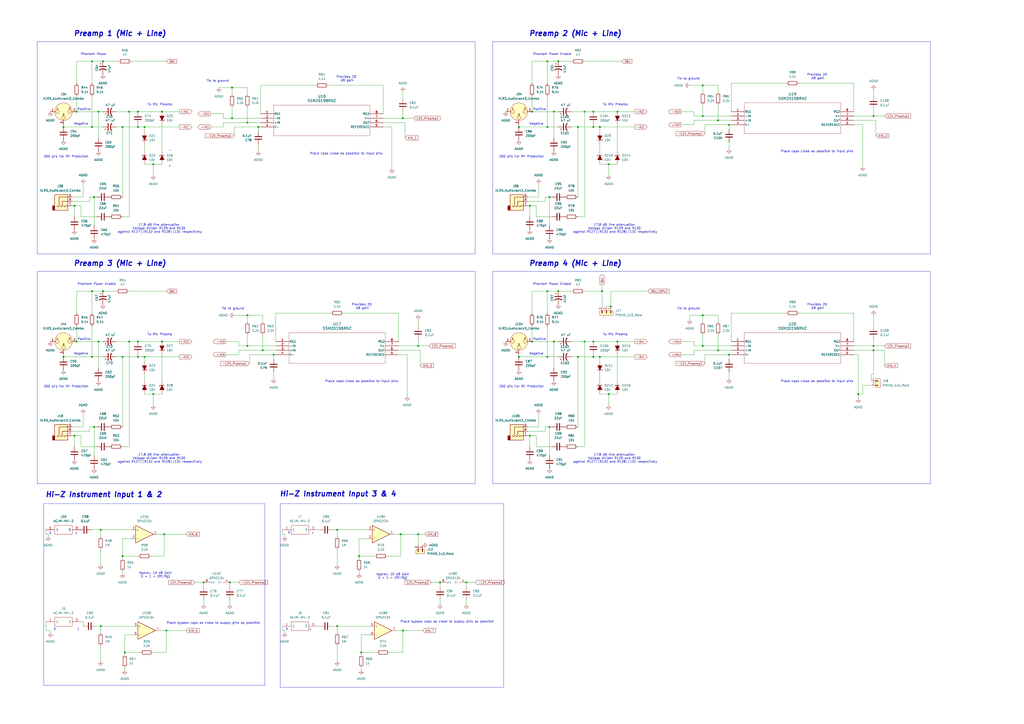
<source format=kicad_sch>
(kicad_sch (version 20231120) (generator "eeschema") (generator_version "8.0")
  (paper "A2")
  (title_block (title "Preamps1"))
  (junction (at 71.12 73.66))
  (junction (at 44.45 198.12))
  (junction (at 232.41 309.88))
  (junction (at 83.82 207.01))
  (junction (at 233.68 68.58))
  (junction (at 407.67 182.88))
  (junction (at 422.91 72.39))
  (junction (at 317.5 35.56))
  (junction (at 353.06 95.25))
  (junction (at 347.98 207.01))
  (junction (at 195.58 307.34))
  (junction (at 358.14 198.12))
  (junction (at 344.17 207.01))
  (junction (at 93.98 198.12))
  (junction (at 317.5 73.66))
  (junction (at 209.55 378.46))
  (junction (at 53.34 207.01))
  (junction (at 71.12 322.58))
  (junction (at 318.77 247.65))
  (junction (at 54.61 247.65))
  (junction (at 152.4 203.2))
  (junction (at 347.98 73.66))
  (junction (at 358.14 64.77))
  (junction (at 308.61 198.12))
  (junction (at 58.42 307.34))
  (junction (at 506.73 67.31))
  (junction (at 74.93 198.12))
  (junction (at 354.33 177.8))
  (junction (at 96.52 365.76))
  (junction (at 208.28 322.58))
  (junction (at 318.77 114.3))
  (junction (at 93.98 64.77))
  (junction (at 36.83 207.01))
  (junction (at 59.69 168.91))
  (junction (at 339.09 198.12))
  (junction (at 95.25 309.88))
  (junction (at 407.67 200.66))
  (junction (at 321.31 64.77))
  (junction (at 416.56 203.2))
  (junction (at 72.39 378.46))
  (junction (at 497.84 228.6))
  (junction (at 195.58 363.22))
  (junction (at 270.51 337.82))
  (junction (at 307.34 252.73))
  (junction (at 53.34 168.91))
  (junction (at 317.5 168.91))
  (junction (at 43.18 252.73))
  (junction (at 88.9 95.25))
  (junction (at 80.01 64.77))
  (junction (at 57.15 198.12))
  (junction (at 407.67 67.31))
  (junction (at 88.9 228.6))
  (junction (at 83.82 73.66))
  (junction (at 134.62 68.58))
  (junction (at 344.17 64.77))
  (junction (at 349.25 168.91))
  (junction (at 143.51 71.12))
  (junction (at 134.62 50.8))
  (junction (at 43.18 119.38))
  (junction (at 344.17 198.12))
  (junction (at 308.61 64.77))
  (junction (at 118.11 337.82))
  (junction (at 59.69 35.56))
  (junction (at 149.86 73.66))
  (junction (at 58.42 363.22))
  (junction (at 321.31 198.12))
  (junction (at 416.56 69.85))
  (junction (at 36.83 73.66))
  (junction (at 422.91 205.74))
  (junction (at 233.68 365.76))
  (junction (at 242.57 309.88))
  (junction (at 80.01 198.12))
  (junction (at 71.12 207.01))
  (junction (at 242.57 200.66))
  (junction (at 57.15 64.77))
  (junction (at 133.35 337.82))
  (junction (at 323.85 168.91))
  (junction (at 344.17 73.66))
  (junction (at 143.51 200.66))
  (junction (at 53.34 35.56))
  (junction (at 506.73 200.66))
  (junction (at 317.5 207.01))
  (junction (at 407.67 49.53))
  (junction (at 80.01 207.01))
  (junction (at 158.75 205.74))
  (junction (at 53.34 73.66))
  (junction (at 339.09 64.77))
  (junction (at 74.93 64.77))
  (junction (at 44.45 64.77))
  (junction (at 300.99 207.01))
  (junction (at 335.28 207.01))
  (junction (at 255.27 337.82))
  (junction (at 506.73 203.2))
  (junction (at 335.28 73.66))
  (junction (at 80.01 73.66))
  (junction (at 323.85 35.56))
  (junction (at 54.61 114.3))
  (junction (at 300.99 73.66))
  (junction (at 143.51 182.88))
  (junction (at 353.06 228.6))
  (junction (at 307.34 119.38))
  (wire (pts (xy 53.34 55.88) (xy 53.34 73.66)))
  (wire (pts (xy 71.12 312.42) (xy 76.2 312.42)))
  (wire (pts (xy 52.07 247.65) (xy 52.07 250.19)))
  (wire (pts (xy 416.56 69.85) (xy 402.59 69.85)))
  (wire (pts (xy 308.61 198.12) (xy 321.31 198.12)))
  (wire (pts (xy 54.61 247.65) (xy 52.07 247.65)))
  (wire (pts (xy 407.67 60.96) (xy 407.67 67.31)))
  (wire (pts (xy 222.25 49.53) (xy 222.25 66.04)))
  (wire (pts (xy 506.73 182.88) (xy 506.73 189.23)))
  (wire (pts (xy 231.14 205.74) (xy 236.22 205.74)))
  (wire (pts (xy 43.18 252.73) (xy 46.99 252.73)))
  (wire (pts (xy 26.67 365.76) (xy 26.67 360.68)))
  (wire (pts (xy 43.18 252.73) (xy 43.18 259.08)))
  (wire (pts (xy 129.54 68.58) (xy 134.62 68.58)))
  (wire (pts (xy 67.31 207.01) (xy 71.12 207.01)))
  (wire (pts (xy 308.61 35.56) (xy 308.61 48.26)))
  (wire (pts (xy 222.25 73.66) (xy 227.33 73.66)))
  (wire (pts (xy 497.84 205.74) (xy 497.84 228.6)))
  (wire (pts (xy 209.55 378.46) (xy 209.55 379.73)))
  (wire (pts (xy 339.09 64.77) (xy 344.17 64.77)))
  (wire (pts (xy 46.99 125.73) (xy 55.88 125.73)))
  (wire (pts (xy 53.34 189.23) (xy 53.34 207.01)))
  (wire (pts (xy 306.07 116.84) (xy 316.23 116.84)))
  (wire (pts (xy 118.11 337.82) (xy 118.11 340.36)))
  (wire (pts (xy 54.61 114.3) (xy 52.07 114.3)))
  (wire (pts (xy 306.07 250.19) (xy 316.23 250.19)))
  (wire (pts (xy 93.98 72.39) (xy 93.98 87.63)))
  (wire (pts (xy 193.04 307.34) (xy 195.58 307.34)))
  (wire (pts (xy 318.77 114.3) (xy 316.23 114.3)))
  (wire (pts (xy 53.34 168.91) (xy 59.69 168.91)))
  (wire (pts (xy 407.67 49.53) (xy 407.67 53.34)))
  (wire (pts (xy 27.94 309.88) (xy 27.94 311.15)))
  (wire (pts (xy 233.68 365.76) (xy 233.68 378.46)))
  (wire (pts (xy 43.18 119.38) (xy 46.99 119.38)))
  (wire (pts (xy 143.51 71.12) (xy 129.54 71.12)))
  (wire (pts (xy 231.14 203.2) (xy 243.84 203.2)))
  (wire (pts (xy 46.99 307.34) (xy 45.72 307.34)))
  (wire (pts (xy 231.14 200.66) (xy 242.57 200.66)))
  (wire (pts (xy 54.61 247.65) (xy 54.61 264.16)))
  (wire (pts (xy 149.86 73.66) (xy 149.86 76.2)))
  (wire (pts (xy 344.17 64.77) (xy 358.14 64.77)))
  (wire (pts (xy 208.28 331.47) (xy 208.28 332.74)))
  (wire (pts (xy 497.84 228.6) (xy 497.84 231.14)))
  (wire (pts (xy 347.98 73.66) (xy 347.98 76.2)))
  (wire (pts (xy 335.28 73.66) (xy 344.17 73.66)))
  (wire (pts (xy 422.91 86.36) (xy 422.91 82.55)))
  (wire (pts (xy 317.5 73.66) (xy 323.85 73.66)))
  (wire (pts (xy 358.14 205.74) (xy 358.14 220.98)))
  (wire (pts (xy 228.6 309.88) (xy 232.41 309.88)))
  (wire (pts (xy 83.82 73.66) (xy 104.14 73.66)))
  (wire (pts (xy 143.51 62.23) (xy 143.51 71.12)))
  (wire (pts (xy 96.52 365.76) (xy 92.71 365.76)))
  (wire (pts (xy 27.94 309.88) (xy 26.67 309.88)))
  (wire (pts (xy 300.99 207.01) (xy 300.99 205.74)))
  (wire (pts (xy 312.42 247.65) (xy 312.42 240.03)))
  (wire (pts (xy 331.47 73.66) (xy 335.28 73.66)))
  (wire (pts (xy 160.02 181.61) (xy 160.02 198.12)))
  (wire (pts (xy 308.61 64.77) (xy 321.31 64.77)))
  (wire (pts (xy 308.61 189.23) (xy 308.61 198.12)))
  (wire (pts (xy 133.35 337.82) (xy 133.35 340.36)))
  (wire (pts (xy 344.17 207.01) (xy 347.98 207.01)))
  (wire (pts (xy 495.3 200.66) (xy 506.73 200.66)))
  (wire (pts (xy 58.42 318.77) (xy 58.42 327.66)))
  (wire (pts (xy 321.31 64.77) (xy 323.85 64.77)))
  (wire (pts (xy 83.82 207.01) (xy 83.82 209.55)))
  (wire (pts (xy 72.39 378.46) (xy 81.28 378.46)))
  (wire (pts (xy 495.3 205.74) (xy 497.84 205.74)))
  (wire (pts (xy 76.2 35.56) (xy 96.52 35.56)))
  (wire (pts (xy 317.5 168.91) (xy 323.85 168.91)))
  (wire (pts (xy 422.91 72.39) (xy 422.91 74.93)))
  (wire (pts (xy 339.09 168.91) (xy 349.25 168.91)))
  (wire (pts (xy 347.98 83.82) (xy 347.98 87.63)))
  (wire (pts (xy 353.06 228.6) (xy 353.06 234.95)))
  (wire (pts (xy 133.35 347.98) (xy 133.35 350.52)))
  (wire (pts (xy 83.82 73.66) (xy 83.82 76.2)))
  (wire (pts (xy 402.59 69.85) (xy 402.59 72.39)))
  (wire (pts (xy 190.5 49.53) (xy 222.25 49.53)))
  (wire (pts (xy 199.39 181.61) (xy 231.14 181.61)))
  (wire (pts (xy 88.9 378.46) (xy 96.52 378.46)))
  (wire (pts (xy 48.26 360.68) (xy 48.26 363.22)))
  (wire (pts (xy 93.98 198.12) (xy 104.14 198.12)))
  (wire (pts (xy 55.88 363.22) (xy 58.42 363.22)))
  (wire (pts (xy 149.86 73.66) (xy 151.13 73.66)))
  (wire (pts (xy 96.52 365.76) (xy 96.52 378.46)))
  (wire (pts (xy 233.68 68.58) (xy 240.03 68.58)))
  (wire (pts (xy 143.51 182.88) (xy 143.51 186.69)))
  (wire (pts (xy 130.81 198.12) (xy 138.43 198.12)))
  (wire (pts (xy 83.82 217.17) (xy 83.82 220.98)))
  (wire (pts (xy 46.99 360.68) (xy 48.26 360.68)))
  (wire (pts (xy 193.04 363.22) (xy 195.58 363.22)))
  (wire (pts (xy 497.84 228.6) (xy 500.38 228.6)))
  (wire (pts (xy 236.22 205.74) (xy 236.22 229.87)))
  (wire (pts (xy 43.18 119.38) (xy 43.18 125.73)))
  (wire (pts (xy 354.33 168.91) (xy 375.92 168.91)))
  (wire (pts (xy 163.83 365.76) (xy 163.83 363.22)))
  (wire (pts (xy 58.42 307.34) (xy 58.42 311.15)))
  (wire (pts (xy 353.06 95.25) (xy 353.06 101.6)))
  (wire (pts (xy 53.34 73.66) (xy 59.69 73.66)))
  (wire (pts (xy 144.78 205.74) (xy 144.78 210.82)))
  (wire (pts (xy 129.54 71.12) (xy 129.54 73.66)))
  (wire (pts (xy 270.51 337.82) (xy 270.51 340.36)))
  (wire (pts (xy 41.91 116.84) (xy 52.07 116.84)))
  (wire (pts (xy 44.45 35.56) (xy 44.45 48.26)))
  (wire (pts (xy 57.15 64.77) (xy 57.15 80.01)))
  (wire (pts (xy 227.33 73.66) (xy 227.33 97.79)))
  (wire (pts (xy 424.18 48.26) (xy 424.18 64.77)))
  (wire (pts (xy 308.61 35.56) (xy 317.5 35.56)))
  (wire (pts (xy 129.54 66.04) (xy 129.54 68.58)))
  (wire (pts (xy 29.21 365.76) (xy 26.67 365.76)))
  (wire (pts (xy 402.59 200.66) (xy 407.67 200.66)))
  (wire (pts (xy 80.01 207.01) (xy 83.82 207.01)))
  (wire (pts (xy 88.9 228.6) (xy 88.9 234.95)))
  (wire (pts (xy 57.15 64.77) (xy 59.69 64.77)))
  (wire (pts (xy 59.69 35.56) (xy 68.58 35.56)))
  (wire (pts (xy 495.3 48.26) (xy 495.3 64.77)))
  (wire (pts (xy 424.18 69.85) (xy 416.56 69.85)))
  (wire (pts (xy 316.23 114.3) (xy 316.23 116.84)))
  (wire (pts (xy 93.98 205.74) (xy 93.98 220.98)))
  (wire (pts (xy 53.34 207.01) (xy 59.69 207.01)))
  (wire (pts (xy 48.26 114.3) (xy 48.26 106.68)))
  (wire (pts (xy 195.58 363.22) (xy 195.58 367.03)))
  (wire (pts (xy 422.91 72.39) (xy 424.18 72.39)))
  (wire (pts (xy 149.86 87.63) (xy 149.86 83.82)))
  (wire (pts (xy 41.91 252.73) (xy 43.18 252.73)))
  (wire (pts (xy 138.43 200.66) (xy 143.51 200.66)))
  (wire (pts (xy 335.28 207.01) (xy 335.28 247.65)))
  (wire (pts (xy 422.91 205.74) (xy 422.91 208.28)))
  (wire (pts (xy 402.59 64.77) (xy 402.59 67.31)))
  (wire (pts (xy 71.12 73.66) (xy 80.01 73.66)))
  (wire (pts (xy 151.13 71.12) (xy 143.51 71.12)))
  (wire (pts (xy 88.9 95.25) (xy 93.98 95.25)))
  (wire (pts (xy 80.01 73.66) (xy 83.82 73.66)))
  (wire (pts (xy 242.57 309.88) (xy 246.38 309.88)))
  (wire (pts (xy 152.4 182.88) (xy 152.4 186.69)))
  (wire (pts (xy 317.5 55.88) (xy 317.5 73.66)))
  (wire (pts (xy 158.75 219.71) (xy 158.75 215.9)))
  (wire (pts (xy 165.1 365.76) (xy 165.1 367.03)))
  (wire (pts (xy 255.27 347.98) (xy 255.27 350.52)))
  (wire (pts (xy 506.73 67.31) (xy 513.08 67.31)))
  (wire (pts (xy 407.67 200.66) (xy 424.18 200.66)))
  (wire (pts (xy 347.98 217.17) (xy 347.98 220.98)))
  (wire (pts (xy 138.43 205.74) (xy 130.81 205.74)))
  (wire (pts (xy 335.28 259.08) (xy 339.09 259.08)))
  (wire (pts (xy 77.47 368.3) (xy 72.39 368.3)))
  (wire (pts (xy 88.9 95.25) (xy 88.9 101.6)))
  (wire (pts (xy 318.77 114.3) (xy 318.77 130.81)))
  (wire (pts (xy 143.51 200.66) (xy 160.02 200.66)))
  (wire (pts (xy 83.82 83.82) (xy 83.82 87.63)))
  (wire (pts (xy 72.39 378.46) (xy 72.39 379.73)))
  (wire (pts (xy 208.28 322.58) (xy 208.28 323.85)))
  (wire (pts (xy 358.14 198.12) (xy 368.3 198.12)))
  (wire (pts (xy 400.05 49.53) (xy 407.67 49.53)))
  (wire (pts (xy 335.28 125.73) (xy 339.09 125.73)))
  (wire (pts (xy 400.05 182.88) (xy 400.05 185.42)))
  (wire (pts (xy 36.83 207.01) (xy 36.83 205.74)))
  (wire (pts (xy 58.42 363.22) (xy 77.47 363.22)))
  (wire (pts (xy 53.34 35.56) (xy 53.34 48.26)))
  (wire (pts (xy 317.5 35.56) (xy 323.85 35.56)))
  (wire (pts (xy 331.47 207.01) (xy 335.28 207.01)))
  (wire (pts (xy 506.73 203.2) (xy 506.73 217.17)))
  (wire (pts (xy 335.28 207.01) (xy 344.17 207.01)))
  (wire (pts (xy 29.21 365.76) (xy 29.21 367.03)))
  (wire (pts (xy 44.45 168.91) (xy 44.45 181.61)))
  (wire (pts (xy 67.31 198.12) (xy 74.93 198.12)))
  (wire (pts (xy 91.44 309.88) (xy 95.25 309.88)))
  (wire (pts (xy 195.58 374.65) (xy 195.58 383.54)))
  (wire (pts (xy 455.93 48.26) (xy 424.18 48.26)))
  (wire (pts (xy 353.06 228.6) (xy 358.14 228.6)))
  (wire (pts (xy 163.83 307.34) (xy 163.83 309.88)))
  (wire (pts (xy 416.56 60.96) (xy 416.56 69.85)))
  (wire (pts (xy 506.73 63.5) (xy 506.73 67.31)))
  (wire (pts (xy 408.94 72.39) (xy 408.94 77.47)))
  (wire (pts (xy 349.25 168.91) (xy 349.25 177.8)))
  (wire (pts (xy 506.73 217.17) (xy 505.46 217.17)))
  (wire (pts (xy 208.28 312.42) (xy 208.28 322.58)))
  (wire (pts (xy 80.01 198.12) (xy 93.98 198.12)))
  (wire (pts (xy 331.47 64.77) (xy 339.09 64.77)))
  (wire (pts (xy 88.9 228.6) (xy 93.98 228.6)))
  (wire (pts (xy 300.99 73.66) (xy 317.5 73.66)))
  (wire (pts (xy 55.88 247.65) (xy 54.61 247.65)))
  (wire (pts (xy 83.82 95.25) (xy 88.9 95.25)))
  (wire (pts (xy 317.5 35.56) (xy 317.5 48.26)))
  (wire (pts (xy 71.12 322.58) (xy 71.12 323.85)))
  (wire (pts (xy 394.97 64.77) (xy 402.59 64.77)))
  (wire (pts (xy 231.14 181.61) (xy 231.14 198.12)))
  (wire (pts (xy 41.91 114.3) (xy 48.26 114.3)))
  (wire (pts (xy 400.05 182.88) (xy 407.67 182.88)))
  (wire (pts (xy 323.85 168.91) (xy 331.47 168.91)))
  (wire (pts (xy 317.5 168.91) (xy 317.5 181.61)))
  (wire (pts (xy 71.12 125.73) (xy 74.93 125.73)))
  (wire (pts (xy 495.3 181.61) (xy 495.3 198.12)))
  (wire (pts (xy 402.59 203.2) (xy 402.59 205.74)))
  (wire (pts (xy 67.31 73.66) (xy 71.12 73.66)))
  (wire (pts (xy 300.99 73.66) (xy 300.99 72.39)))
  (wire (pts (xy 407.67 182.88) (xy 407.67 186.69)))
  (wire (pts (xy 151.13 49.53) (xy 151.13 66.04)))
  (wire (pts (xy 513.08 203.2) (xy 513.08 212.09)))
  (wire (pts (xy 506.73 200.66) (xy 513.08 200.66)))
  (wire (pts (xy 320.04 247.65) (xy 318.77 247.65)))
  (wire (pts (xy 354.33 177.8) (xy 354.33 168.91)))
  (wire (pts (xy 41.91 247.65) (xy 48.26 247.65)))
  (wire (pts (xy 306.07 247.65) (xy 312.42 247.65)))
  (wire (pts (xy 224.79 322.58) (xy 232.41 322.58)))
  (wire (pts (xy 307.34 252.73) (xy 311.15 252.73)))
  (wire (pts (xy 270.51 347.98) (xy 270.51 350.52)))
  (wire (pts (xy 422.91 219.71) (xy 422.91 215.9)))
  (wire (pts (xy 74.93 198.12) (xy 80.01 198.12)))
  (wire (pts (xy 44.45 55.88) (xy 44.45 64.77)))
  (wire (pts (xy 195.58 307.34) (xy 195.58 311.15)))
  (wire (pts (xy 127 50.8) (xy 134.62 50.8)))
  (wire (pts (xy 311.15 259.08) (xy 320.04 259.08)))
  (wire (pts (xy 133.35 337.82) (xy 138.43 337.82)))
  (wire (pts (xy 331.47 198.12) (xy 339.09 198.12)))
  (wire (pts (xy 44.45 35.56) (xy 53.34 35.56)))
  (wire (pts (xy 214.63 368.3) (xy 209.55 368.3)))
  (wire (pts (xy 416.56 194.31) (xy 416.56 203.2)))
  (wire (pts (xy 508 69.85) (xy 508 78.74)))
  (wire (pts (xy 71.12 207.01) (xy 80.01 207.01)))
  (wire (pts (xy 59.69 168.91) (xy 67.31 168.91)))
  (wire (pts (xy 317.5 189.23) (xy 317.5 207.01)))
  (wire (pts (xy 335.28 73.66) (xy 335.28 114.3)))
  (wire (pts (xy 185.42 363.22) (xy 184.15 363.22)))
  (wire (pts (xy 58.42 374.65) (xy 58.42 383.54)))
  (wire (pts (xy 74.93 259.08) (xy 74.93 198.12)))
  (wire (pts (xy 339.09 35.56) (xy 360.68 35.56)))
  (wire (pts (xy 71.12 312.42) (xy 71.12 322.58)))
  (wire (pts (xy 71.12 73.66) (xy 71.12 114.3)))
  (wire (pts (xy 317.5 207.01) (xy 323.85 207.01)))
  (wire (pts (xy 311.15 125.73) (xy 320.04 125.73)))
  (wire (pts (xy 46.99 119.38) (xy 46.99 125.73)))
  (wire (pts (xy 232.41 309.88) (xy 232.41 322.58)))
  (wire (pts (xy 135.89 182.88) (xy 143.51 182.88)))
  (wire (pts (xy 121.92 66.04) (xy 129.54 66.04)))
  (wire (pts (xy 349.25 165.1) (xy 349.25 168.91)))
  (wire (pts (xy 408.94 72.39) (xy 422.91 72.39)))
  (wire (pts (xy 135.89 73.66) (xy 149.86 73.66)))
  (wire (pts (xy 36.83 207.01) (xy 53.34 207.01)))
  (wire (pts (xy 347.98 207.01) (xy 368.3 207.01)))
  (wire (pts (xy 347.98 73.66) (xy 368.3 73.66)))
  (wire (pts (xy 505.46 217.17) (xy 505.46 220.98)))
  (wire (pts (xy 96.52 365.76) (xy 107.95 365.76)))
  (wire (pts (xy 72.39 368.3) (xy 72.39 378.46)))
  (wire (pts (xy 143.51 182.88) (xy 152.4 182.88)))
  (wire (pts (xy 195.58 318.77) (xy 195.58 327.66)))
  (wire (pts (xy 67.31 64.77) (xy 74.93 64.77)))
  (wire (pts (xy 93.98 64.77) (xy 104.14 64.77)))
  (wire (pts (xy 243.84 203.2) (xy 243.84 212.09)))
  (wire (pts (xy 339.09 125.73) (xy 339.09 64.77)))
  (wire (pts (xy 83.82 228.6) (xy 88.9 228.6)))
  (wire (pts (xy 353.06 95.25) (xy 358.14 95.25)))
  (wire (pts (xy 46.99 259.08) (xy 55.88 259.08)))
  (wire (pts (xy 152.4 203.2) (xy 138.43 203.2)))
  (wire (pts (xy 158.75 205.74) (xy 160.02 205.74)))
  (wire (pts (xy 306.07 119.38) (xy 307.34 119.38)))
  (wire (pts (xy 80.01 72.39) (xy 80.01 73.66)))
  (wire (pts (xy 134.62 62.23) (xy 134.62 68.58)))
  (wire (pts (xy 311.15 119.38) (xy 311.15 125.73)))
  (wire (pts (xy 422.91 205.74) (xy 424.18 205.74)))
  (wire (pts (xy 135.89 73.66) (xy 135.89 78.74)))
  (wire (pts (xy 318.77 247.65) (xy 318.77 264.16)))
  (wire (pts (xy 312.42 114.3) (xy 312.42 106.68)))
  (wire (pts (xy 321.31 64.77) (xy 321.31 80.01)))
  (wire (pts (xy 311.15 252.73) (xy 311.15 259.08)))
  (wire (pts (xy 339.09 198.12) (xy 344.17 198.12)))
  (wire (pts (xy 74.93 64.77) (xy 80.01 64.77)))
  (wire (pts (xy 209.55 378.46) (xy 218.44 378.46)))
  (wire (pts (xy 270.51 337.82) (xy 275.59 337.82)))
  (wire (pts (xy 138.43 198.12) (xy 138.43 200.66)))
  (wire (pts (xy 72.39 387.35) (xy 72.39 388.62)))
  (wire (pts (xy 191.77 181.61) (xy 160.02 181.61)))
  (wire (pts (xy 344.17 72.39) (xy 344.17 73.66)))
  (wire (pts (xy 402.59 205.74) (xy 394.97 205.74)))
  (wire (pts (xy 344.17 205.74) (xy 344.17 207.01)))
  (wire (pts (xy 344.17 198.12) (xy 358.14 198.12)))
  (wire (pts (xy 208.28 322.58) (xy 217.17 322.58)))
  (wire (pts (xy 344.17 73.66) (xy 347.98 73.66)))
  (wire (pts (xy 307.34 252.73) (xy 307.34 259.08)))
  (wire (pts (xy 195.58 307.34) (xy 213.36 307.34)))
  (wire (pts (xy 44.45 198.12) (xy 57.15 198.12)))
  (wire (pts (xy 95.25 309.88) (xy 95.25 322.58)))
  (wire (pts (xy 242.57 200.66) (xy 248.92 200.66)))
  (wire (pts (xy 232.41 309.88) (xy 242.57 309.88)))
  (wire (pts (xy 44.45 64.77) (xy 57.15 64.77)))
  (wire (pts (xy 463.55 181.61) (xy 495.3 181.61)))
  (wire (pts (xy 416.56 49.53) (xy 416.56 53.34)))
  (wire (pts (xy 160.02 203.2) (xy 152.4 203.2)))
  (wire (pts (xy 165.1 365.76) (xy 163.83 365.76)))
  (wire (pts (xy 320.04 114.3) (xy 318.77 114.3)))
  (wire (pts (xy 95.25 309.88) (xy 107.95 309.88)))
  (wire (pts (xy 402.59 198.12) (xy 402.59 200.66)))
  (wire (pts (xy 74.93 168.91) (xy 96.52 168.91)))
  (wire (pts (xy 506.73 196.85) (xy 506.73 200.66)))
  (wire (pts (xy 134.62 50.8) (xy 134.62 54.61)))
  (wire (pts (xy 402.59 72.39) (xy 394.97 72.39)))
  (wire (pts (xy 233.68 365.76) (xy 245.11 365.76)))
  (wire (pts (xy 222.25 71.12) (xy 234.95 71.12)))
  (wire (pts (xy 321.31 198.12) (xy 323.85 198.12)))
  (wire (pts (xy 339.09 259.08) (xy 339.09 198.12)))
  (wire (pts (xy 134.62 50.8) (xy 143.51 50.8)))
  (wire (pts (xy 500.38 228.6) (xy 500.38 223.52)))
  (wire (pts (xy 158.75 205.74) (xy 158.75 208.28)))
  (wire (pts (xy 52.07 114.3) (xy 52.07 116.84)))
  (wire (pts (xy 455.93 181.61) (xy 424.18 181.61)))
  (wire (pts (xy 500.38 223.52) (xy 505.46 223.52)))
  (wire (pts (xy 394.97 198.12) (xy 402.59 198.12)))
  (wire (pts (xy 163.83 309.88) (xy 165.1 309.88)))
  (wire (pts (xy 44.45 189.23) (xy 44.45 198.12)))
  (wire (pts (xy 495.3 69.85) (xy 508 69.85)))
  (wire (pts (xy 113.03 337.82) (xy 118.11 337.82)))
  (wire (pts (xy 36.83 73.66) (xy 53.34 73.66)))
  (wire (pts (xy 58.42 307.34) (xy 76.2 307.34)))
  (wire (pts (xy 36.83 73.66) (xy 36.83 72.39)))
  (wire (pts (xy 500.38 72.39) (xy 500.38 96.52)))
  (wire (pts (xy 347.98 228.6) (xy 353.06 228.6)))
  (wire (pts (xy 209.55 387.35) (xy 209.55 388.62)))
  (wire (pts (xy 83.82 207.01) (xy 104.14 207.01)))
  (wire (pts (xy 87.63 322.58) (xy 95.25 322.58)))
  (wire (pts (xy 53.34 35.56) (xy 59.69 35.56)))
  (wire (pts (xy 408.94 205.74) (xy 422.91 205.74)))
  (wire (pts (xy 250.19 337.82) (xy 255.27 337.82)))
  (wire (pts (xy 358.14 72.39) (xy 358.14 87.63)))
  (wire (pts (xy 71.12 322.58) (xy 80.01 322.58)))
  (wire (pts (xy 129.54 73.66) (xy 121.92 73.66)))
  (wire (pts (xy 222.25 68.58) (xy 233.68 68.58)))
  (wire (pts (xy 55.88 114.3) (xy 54.61 114.3)))
  (wire (pts (xy 407.67 49.53) (xy 416.56 49.53)))
  (wire (pts (xy 152.4 194.31) (xy 152.4 203.2)))
  (wire (pts (xy 143.51 194.31) (xy 143.51 200.66)))
  (wire (pts (xy 233.68 53.34) (xy 233.68 57.15)))
  (wire (pts (xy 402.59 67.31) (xy 407.67 67.31)))
  (wire (pts (xy 347.98 95.25) (xy 353.06 95.25)))
  (wire (pts (xy 308.61 55.88) (xy 308.61 64.77)))
  (wire (pts (xy 44.45 168.91) (xy 53.34 168.91)))
  (wire (pts (xy 165.1 309.88) (xy 165.1 311.15)))
  (wire (pts (xy 307.34 119.38) (xy 307.34 125.73)))
  (wire (pts (xy 53.34 168.91) (xy 53.34 181.61)))
  (wire (pts (xy 209.55 368.3) (xy 209.55 378.46)))
  (wire (pts (xy 347.98 207.01) (xy 347.98 209.55)))
  (wire (pts (xy 307.34 119.38) (xy 311.15 119.38)))
  (wire (pts (xy 323.85 35.56) (xy 331.47 35.56)))
  (wire (pts (xy 300.99 207.01) (xy 317.5 207.01)))
  (wire (pts (xy 134.62 68.58) (xy 151.13 68.58)))
  (wire (pts (xy 46.99 252.73) (xy 46.99 259.08)))
  (wire (pts (xy 506.73 52.07) (xy 506.73 55.88)))
  (wire (pts (xy 463.55 48.26) (xy 495.3 48.26)))
  (wire (pts (xy 242.57 309.88) (xy 242.57 316.23)))
  (wire (pts (xy 407.67 194.31) (xy 407.67 200.66)))
  (wire (pts (xy 144.78 205.74) (xy 158.75 205.74)))
  (wire (pts (xy 407.67 182.88) (xy 416.56 182.88)))
  (wire (pts (xy 308.61 168.91) (xy 308.61 181.61)))
  (wire (pts (xy 242.57 196.85) (xy 242.57 200.66)))
  (wire (pts (xy 71.12 259.08) (xy 74.93 259.08)))
  (wire (pts (xy 74.93 125.73) (xy 74.93 64.77)))
  (wire (pts (xy 41.91 250.19) (xy 52.07 250.19)))
  (wire (pts (xy 407.67 67.31) (xy 424.18 67.31)))
  (wire (pts (xy 424.18 181.61) (xy 424.18 198.12)))
  (wire (pts (xy 80.01 64.77) (xy 93.98 64.77)))
  (wire (pts (xy 233.68 64.77) (xy 233.68 68.58)))
  (wire (pts (xy 316.23 247.65) (xy 316.23 250.19)))
  (wire (pts (xy 495.3 203.2) (xy 506.73 203.2)))
  (wire (pts (xy 57.15 198.12) (xy 57.15 213.36)))
  (wire (pts (xy 408.94 205.74) (xy 408.94 210.82)))
  (wire (pts (xy 233.68 365.76) (xy 229.87 365.76)))
  (wire (pts (xy 58.42 363.22) (xy 58.42 367.03)))
  (wire (pts (xy 358.14 64.77) (xy 368.3 64.77)))
  (wire (pts (xy 57.15 198.12) (xy 59.69 198.12)))
  (wire (pts (xy 226.06 378.46) (xy 233.68 378.46)))
  (wire (pts (xy 242.57 185.42) (xy 242.57 189.23)))
  (wire (pts (xy 48.26 247.65) (xy 48.26 240.03)))
  (wire (pts (xy 234.95 71.12) (xy 234.95 80.01)))
  (wire (pts (xy 41.91 119.38) (xy 43.18 119.38)))
  (wire (pts (xy 321.31 198.12) (xy 321.31 213.36)))
  (wire (pts (xy 71.12 331.47) (xy 71.12 332.74)))
  (wire (pts (xy 495.3 72.39) (xy 500.38 72.39)))
  (wire (pts (xy 306.07 114.3) (xy 312.42 114.3)))
  (wire (pts (xy 184.15 307.34) (xy 185.42 307.34)))
  (wire (pts (xy 138.43 203.2) (xy 138.43 205.74)))
  (wire (pts (xy 53.34 307.34) (xy 58.42 307.34)))
  (wire (pts (xy 208.28 312.42) (xy 213.36 312.42)))
  (wire (pts (xy 195.58 363.22) (xy 214.63 363.22)))
  (wire (pts (xy 495.3 67.31) (xy 506.73 67.31)))
  (wire (pts (xy 80.01 205.74) (xy 80.01 207.01)))
  (wire (pts (xy 416.56 182.88) (xy 416.56 186.69)))
  (wire (pts (xy 318.77 247.65) (xy 316.23 247.65)))
  (wire (pts (xy 54.61 114.3) (xy 54.61 130.81)))
  (wire (pts (xy 71.12 207.01) (xy 71.12 247.65)))
  (wire (pts (xy 306.07 252.73) (xy 307.34 252.73)))
  (wire (pts (xy 308.61 168.91) (xy 317.5 168.91)))
  (wire (pts (xy 416.56 203.2) (xy 402.59 203.2)))
  (wire (pts (xy 506.73 203.2) (xy 513.08 203.2)))
  (wire (pts (xy 182.88 49.53) (xy 151.13 49.53)))
  (wire (pts (xy 351.79 177.8) (xy 354.33 177.8)))
  (wire (pts (xy 26.67 309.88) (xy 26.67 307.34)))
  (wire (pts (xy 255.27 337.82) (xy 255.27 340.36)))
  (wire (pts (xy 143.51 50.8) (xy 143.51 54.61)))
  (wire (pts (xy 118.11 347.98) (xy 118.11 350.52)))
  (wire (pts (xy 424.18 203.2) (xy 416.56 203.2)))
  (rectangle (start 285.75 24.13) (end 539.75 147.32))
  (rectangle (start 21.59 157.48) (end 275.59 280.67))
  (rectangle (start 21.59 24.13) (end 275.59 147.32))
  (rectangle (start 162.56 292.1) (end 292.1 398.78))
  (rectangle (start 285.75 157.48) (end 539.75 280.67))
  (rectangle (start 25.4 292.1) (end 153.67 397.51))
  (text "Phantom Power Enable" (at 320.294 31.496 0) (effects (font (size 1.27 1.27))))
  (text "Preamp 3 (Mic + Line)" (at 69.596 152.908 0) (effects (font (size 3 3) (thickness 0.6) (bold yes) (italic yes))))
  (text "+" (at 98.552 96.266 0) (effects (font (size 1.27 1.27))))
  (text "Positive" (at 312.928 196.85 0) (effects (font (size 1.27 1.27))))
  (text "To Mic Preamp" (at 92.71 194.056 0) (effects (font (size 1.27 1.27))))
  (text "200 pFs For RF Protection\n" (at 38.354 90.932 0) (effects (font (size 1.27 1.27))))
  (text "Approx. 10 dB Gain\nG = 1 + (Rf/Rg)" (at 90.17 333.502 0) (effects (font (size 1.27 1.27))))
  (text "T" (at 181.356 309.626 0) (effects (font (size 1.27 1.27))))
  (text "T" (at 180.086 365.506 0) (effects (font (size 1.27 1.27))))
  (text "Place caps close as possible to input pins" (at 209.804 221.234 0) (effects (font (size 1.27 1.27))))
  (text "S" (at 31.75 364.998 0) (effects (font (size 1.27 1.27))))
  (text "T" (at 45.466 365.506 0) (effects (font (size 1.27 1.27))))
  (text "S" (at 167.64 309.118 0) (effects (font (size 1.27 1.27))))
  (text "Phantom Power Enable" (at 56.134 164.846 0) (effects (font (size 1.27 1.27))))
  (text "Hi-Z Instrument Input 1 & 2\n" (at 60.198 287.02 0) (effects (font (size 3 3) (thickness 0.6) (bold yes) (italic yes))))
  (text "17.8 dB line attenuation \nVoltage divider R129 and R130 \nagainst R127||R132 and R128||131 respectively\n\n" (at 356.87 133.604 0) (effects (font (size 1.27 1.27))))
  (text "17.8 dB line attenuation \nVoltage divider R129 and R130 \nagainst R127||R132 and R128||131 respectively\n\n" (at 92.71 133.604 0) (effects (font (size 1.27 1.27))))
  (text "S" (at 166.37 364.998 0) (effects (font (size 1.27 1.27))))
  (text "Place caps close as possible to input pins" (at 473.964 221.234 0) (effects (font (size 1.27 1.27))))
  (text "To Mic Preamp" (at 356.87 194.056 0) (effects (font (size 1.27 1.27))))
  (text "Phantom Power\n" (at 54.356 31.496 0) (effects (font (size 1.27 1.27))))
  (text "200 pFs For RF Protection\n" (at 302.514 224.282 0) (effects (font (size 1.27 1.27))))
  (text "Provides 20\n dB gain" (at 209.804 177.8 0) (effects (font (size 1.27 1.27))))
  (text "To Mic Preamp" (at 356.87 60.706 0) (effects (font (size 1.27 1.27))))
  (text "Negative\n" (at 311.15 71.882 0) (effects (font (size 1.27 1.27))))
  (text "Preamp 2 (Mic + Line)" (at 333.756 19.558 0) (effects (font (size 3 3) (thickness 0.6) (bold yes) (italic yes))))
  (text "200 pFs For RF Protection\n" (at 302.514 90.932 0) (effects (font (size 1.27 1.27))))
  (text "-" (at 98.806 87.376 0) (effects (font (size 1.27 1.27))))
  (text "Negative\n" (at 311.15 205.232 0) (effects (font (size 1.27 1.27))))
  (text "Tie to ground\n" (at 399.288 45.72 0) (effects (font (size 1.27 1.27))))
  (text "Negative\n" (at 46.99 205.232 0) (effects (font (size 1.27 1.27))))
  (text "Negative\n" (at 46.99 71.882 0) (effects (font (size 1.27 1.27))))
  (text "17.8 dB line attenuation \nVoltage divider R129 and R130 \nagainst R127||R132 and R128||131 respectively\n\n" (at 356.87 266.954 0) (effects (font (size 1.27 1.27))))
  (text "To Mic Preamp" (at 92.71 60.706 0) (effects (font (size 1.27 1.27))))
  (text "Positive" (at 48.768 63.5 0) (effects (font (size 1.27 1.27))))
  (text "Hi-Z Instrument Input 3 & 4\n\n" (at 196.088 289.052 0) (effects (font (size 3 3) (thickness 0.6) (bold yes) (italic yes))))
  (text "Place bypass caps as close to supply pins as possible" (at 259.334 360.68 0) (effects (font (size 1.27 1.27))))
  (text "Tie to ground\n" (at 399.288 179.07 0) (effects (font (size 1.27 1.27))))
  (text "Approx. 10 dB Gain\nG = 1 + (Rf/Rg)" (at 227.838 334.264 0) (effects (font (size 1.27 1.27))))
  (text "Tie to ground\n" (at 126.238 46.99 0) (effects (font (size 1.27 1.27))))
  (text "S" (at 29.21 309.372 0) (effects (font (size 1.27 1.27))))
  (text "Phantom Power Enable" (at 320.294 164.846 0) (effects (font (size 1.27 1.27))))
  (text "200 pFs For RF Protection\n" (at 38.354 224.282 0) (effects (font (size 1.27 1.27))))
  (text "T" (at 44.196 309.626 0) (effects (font (size 1.27 1.27))))
  (text "Place caps close as possible to input pins" (at 473.964 87.884 0) (effects (font (size 1.27 1.27))))
  (text "Provides 20\n dB gain" (at 200.914 45.72 0) (effects (font (size 1.27 1.27))))
  (text "Preamp 1 (Mic + Line)" (at 69.596 19.558 0) (effects (font (size 3 3) (thickness 0.6) (bold yes) (italic yes))))
  (text "Provides 20\n dB gain" (at 473.964 44.45 0) (effects (font (size 1.27 1.27))))
  (text "Positive" (at 312.928 63.5 0) (effects (font (size 1.27 1.27))))
  (text "Positive" (at 48.768 196.85 0) (effects (font (size 1.27 1.27))))
  (text "Place bypass caps as close to supply pins as possible" (at 123.698 361.442 0) (effects (font (size 1.27 1.27))))
  (text "Provides 20\n dB gain" (at 473.964 177.8 0) (effects (font (size 1.27 1.27))))
  (text "17.8 dB line attenuation \nVoltage divider R129 and R130 \nagainst R127||R132 and R128||131 respectively\n\n" (at 92.71 266.954 0) (effects (font (size 1.27 1.27))))
  (text "Preamp 4 (Mic + Line)" (at 333.756 152.908 0) (effects (font (size 3 3) (thickness 0.6) (bold yes) (italic yes))))
  (text "Place caps close as possible to input pins" (at 200.914 89.154 0) (effects (font (size 1.27 1.27))))
  (text "Tie to ground\n" (at 135.128 179.07 0) (effects (font (size 1.27 1.27))))
  (global_label "+IN1" (shape output) (at 121.92 73.66 180) (property "Intersheetrefs" "${INTERSHEET_REFS}" (effects (hide yes))))
  (global_label "AIN_4" (shape input) (at 513.08 212.09 0) (property "Intersheetrefs" "${INTERSHEET_REFS}" (effects (hide yes))))
  (global_label "12V_Preamp1" (shape input) (at 248.92 200.66 0) (property "Intersheetrefs" "${INTERSHEET_REFS}" (effects (hide yes))))
  (global_label "-IN4" (shape output) (at 394.97 198.12 180) (property "Intersheetrefs" "${INTERSHEET_REFS}" (effects (hide yes))))
  (global_label "AIN_3" (shape input) (at 243.84 212.09 0) (property "Intersheetrefs" "${INTERSHEET_REFS}" (effects (hide yes))))
  (global_label "+IN1" (shape output) (at 104.14 64.77 0) (property "Intersheetrefs" "${INTERSHEET_REFS}" (effects (hide yes))))
  (global_label "36V_INPUT" (shape input) (at 375.92 168.91 0) (property "Intersheetrefs" "${INTERSHEET_REFS}" (effects (hide yes))))
  (global_label "-12V_Preamp1" (shape input) (at 144.78 210.82 180) (property "Intersheetrefs" "${INTERSHEET_REFS}" (effects (hide yes))))
  (global_label "-IN2" (shape output) (at 368.3 73.66 0) (property "Intersheetrefs" "${INTERSHEET_REFS}" (effects (hide yes))))
  (global_label "-12V_Preamp2" (shape input) (at 138.43 337.82 0) (property "Intersheetrefs" "${INTERSHEET_REFS}" (effects (hide yes))))
  (global_label "12V_Preamp2" (shape input) (at 250.19 337.82 180) (property "Intersheetrefs" "${INTERSHEET_REFS}" (effects (hide yes))))
  (global_label "AIN_6" (shape input) (at 107.95 309.88 0) (property "Intersheetrefs" "${INTERSHEET_REFS}" (effects (hide yes))))
  (global_label "12V_Preamp1" (shape input) (at 240.03 68.58 0) (property "Intersheetrefs" "${INTERSHEET_REFS}" (effects (hide yes))))
  (global_label "-12V_Preamp1" (shape input) (at 408.94 77.47 180) (property "Intersheetrefs" "${INTERSHEET_REFS}" (effects (hide yes))))
  (global_label "12V_Preamp2" (shape input) (at 113.03 337.82 180) (property "Intersheetrefs" "${INTERSHEET_REFS}" (effects (hide yes))))
  (global_label "AIN_5" (shape input) (at 107.95 365.76 0) (property "Intersheetrefs" "${INTERSHEET_REFS}" (effects (hide yes))))
  (global_label "-IN2" (shape output) (at 394.97 64.77 180) (property "Intersheetrefs" "${INTERSHEET_REFS}" (effects (hide yes))))
  (global_label "-IN3" (shape output) (at 104.14 207.01 0) (property "Intersheetrefs" "${INTERSHEET_REFS}" (effects (hide yes))))
  (global_label "-12V_Preamp1" (shape input) (at 408.94 210.82 180) (property "Intersheetrefs" "${INTERSHEET_REFS}" (effects (hide yes))))
  (global_label "36V" (shape input) (at 360.68 35.56 0) (property "Intersheetrefs" "${INTERSHEET_REFS}" (effects (hide yes))))
  (global_label "AIN_8" (shape input) (at 246.38 309.88 0) (property "Intersheetrefs" "${INTERSHEET_REFS}" (effects (hide yes))))
  (global_label "-IN1" (shape output) (at 121.92 66.04 180) (property "Intersheetrefs" "${INTERSHEET_REFS}" (effects (hide yes))))
  (global_label "36V" (shape input) (at 96.52 168.91 0) (property "Intersheetrefs" "${INTERSHEET_REFS}" (effects (hide yes))))
  (global_label "+IN2" (shape output) (at 394.97 72.39 180) (property "Intersheetrefs" "${INTERSHEET_REFS}" (effects (hide yes))))
  (global_label "-IN4" (shape output) (at 368.3 207.01 0) (property "Intersheetrefs" "${INTERSHEET_REFS}" (effects (hide yes))))
  (global_label "+IN4" (shape output) (at 368.3 198.12 0) (property "Intersheetrefs" "${INTERSHEET_REFS}" (effects (hide yes))))
  (global_label "36V" (shape output) (at 349.25 165.1 90) (property "Intersheetrefs" "${INTERSHEET_REFS}" (effects (hide yes))))
  (global_label "12V_Preamp1" (shape input) (at 513.08 67.31 0) (property "Intersheetrefs" "${INTERSHEET_REFS}" (effects (hide yes))))
  (global_label "+IN3" (shape output) (at 130.81 205.74 180) (property "Intersheetrefs" "${INTERSHEET_REFS}" (effects (hide yes))))
  (global_label "AIN_1" (shape input) (at 234.95 80.01 0) (property "Intersheetrefs" "${INTERSHEET_REFS}" (effects (hide yes))))
  (global_label "-IN1" (shape output) (at 104.14 73.66 0) (property "Intersheetrefs" "${INTERSHEET_REFS}" (effects (hide yes))))
  (global_label "AIN_7" (shape input) (at 245.11 365.76 0) (property "Intersheetrefs" "${INTERSHEET_REFS}" (effects (hide yes))))
  (global_label "+IN4" (shape output) (at 394.97 205.74 180) (property "Intersheetrefs" "${INTERSHEET_REFS}" (effects (hide yes))))
  (global_label "12V_Preamp1" (shape input) (at 513.08 200.66 0) (property "Intersheetrefs" "${INTERSHEET_REFS}" (effects (hide yes))))
  (global_label "+IN2" (shape output) (at 368.3 64.77 0) (property "Intersheetrefs" "${INTERSHEET_REFS}" (effects (hide yes))))
  (global_label "+IN3" (shape output) (at 104.14 198.12 0) (property "Intersheetrefs" "${INTERSHEET_REFS}" (effects (hide yes))))
  (global_label "-12V_Preamp2" (shape input) (at 275.59 337.82 0) (property "Intersheetrefs" "${INTERSHEET_REFS}" (effects (hide yes))))
  (global_label "36V" (shape input) (at 96.52 35.56 0) (property "Intersheetrefs" "${INTERSHEET_REFS}" (effects (hide yes))))
  (global_label "-IN3" (shape output) (at 130.81 198.12 180) (property "Intersheetrefs" "${INTERSHEET_REFS}" (effects (hide yes))))
  (global_label "-12V_Preamp1" (shape input) (at 135.89 78.74 180) (property "Intersheetrefs" "${INTERSHEET_REFS}" (effects (hide yes))))
  (global_label "AIN_2" (shape input) (at 508 78.74 0) (property "Intersheetrefs" "${INTERSHEET_REFS}" (effects (hide yes))))
  (symbol (lib_id "power:GND") (at 29.21 64.77 0) (unit 1)
    (property "Reference" "#PWR059" (effects (hide yes)))
    (property "Value" "AGND" (at 29.21 69.85 0))
    (property "Description" "Power symbol creates a global label with name \"GND\" , ground" (effects (hide yes)))
  )
  (symbol (lib_id "Amplifier_Operational:OPA2134") (at 83.82 309.88 0) (unit 1)
    (property "Reference" "U15" (at 83.82 299.72 0))
    (property "Value" "OPA2134" (at 83.82 302.26 0))
    (property "Footprint" "SamacSys_Parts:SOIC127P600X175-8N" (effects (hide yes)))
    (property "Datasheet" "http://www.ti.com/lit/ds/symlink/opa134.pdf" (effects (hide yes)))
    (property "Description" "Dual SoundPlus High Performance Audio Operational Amplifiers, DIP-8/SOIC-8" (effects (hide yes)))
  )
  (symbol (lib_id "power:GND") (at 318.77 138.43 0) (unit 1)
    (property "Reference" "#PWR081" (effects (hide yes)))
    (property "Value" "AGND" (at 318.77 143.51 0))
    (property "Description" "Power symbol creates a global label with name \"GND\" , ground" (effects (hide yes)))
  )
  (symbol (lib_id "Device:C_Polarized_US") (at 63.5 73.66 90) (unit 1)
    (property "Reference" "C71" (at 63.5 77.216 90))
    (property "Value" "47 uF" (at 64.008 69.85 90))
    (property "Footprint" "Capacitor_SMD:CP_Elec_4x5.8" (effects (hide yes)))
    (property "Description" "Polarized capacitor, US symbol" (effects (hide yes)))
  )
  (symbol (lib_id "power:GND") (at 133.35 350.52 0) (unit 1)
    (property "Reference" "#PWR033" (effects (hide yes)))
    (property "Value" "AGND" (at 133.35 355.6 0))
    (property "Description" "Power symbol creates a global label with name \"GND\" , ground" (effects (hide yes)))
  )
  (symbol (lib_id "power:GND") (at 72.39 388.62 0) (unit 1)
    (property "Reference" "#PWR032" (effects (hide yes)))
    (property "Value" "AGND" (at 72.39 393.7 0))
    (property "Description" "Power symbol creates a global label with name \"GND\" , ground" (effects (hide yes)))
  )
  (symbol (lib_id "power:GND") (at 135.89 182.88 270) (unit 1)
    (property "Reference" "#PWR015" (effects (hide yes)))
    (property "Value" "AGND" (at 132.08 182.8799 90) (effects (justify right)))
    (property "Description" "Power symbol creates a global label with name \"GND\" , ground" (effects (hide yes)))
  )
  (symbol (lib_id "Device:C_Polarized_US") (at 63.5 207.01 90) (unit 1)
    (property "Reference" "C73" (at 63.5 210.566 90))
    (property "Value" "47 uF" (at 64.008 203.2 90))
    (property "Footprint" "Capacitor_SMD:CP_Elec_4x5.8" (effects (hide yes)))
    (property "Description" "Polarized capacitor, US symbol" (effects (hide yes)))
  )
  (symbol (lib_id "power:GND") (at 318.77 271.78 0) (unit 1)
    (property "Reference" "#PWR04" (effects (hide yes)))
    (property "Value" "AGND" (at 318.77 276.86 0))
    (property "Description" "Power symbol creates a global label with name \"GND\" , ground" (effects (hide yes)))
  )
  (symbol (lib_id "SamacSys_Parts:ACJM-MV-2") (at 184.15 307.34 0) (mirror y) (unit 1)
    (property "Reference" "J7" (at 173.99 299.72 0))
    (property "Value" "ACJM-MV-2" (at 173.99 302.26 0))
    (property "Footprint" "SamacSys_Parts:ACJMMV2" (effects (hide yes)))
    (property "Datasheet" "http://www.amphenol-sine.com/pdf/datasheet/ACJM-MV-2.pdf" (effects (hide yes)))
    (property "Description" "1/4\" Single Vertical PCB Phone Jack, Mono (2 Channels), Metal Bore, Metal Nut, Metal Thread" (effects (hide yes)))
    (property "Description_1" "1/4\" Single Vertical PCB Phone Jack, Mono (2 Channels), Metal Bore, Metal Nut, Metal Thread" (effects (hide yes)))
    (property "Height" "31.45" (effects (hide yes)))
    (property "Manufacturer_Name" "Amphenol Sine Systems" (effects (hide yes)))
    (property "Manufacturer_Part_Number" "ACJM-MV-2" (effects (hide yes)))
    (property "Mouser Part Number" "523-ACJM-MV-2" (effects (hide yes)))
    (property "Mouser Price/Stock" "https://www.mouser.co.uk/ProductDetail/Amphenol-Audio/ACJM-MV-2?qs=t8%2F5FiDdxGYddeX2yxDacQ%3D%3D" (effects (hide yes)))
    (property "Arrow Part Number" "ACJM-MV-2" (effects (hide yes)))
    (property "Arrow Price/Stock" "https://www.arrow.com/en/products/acjm-mv-2/amphenol?region=nac" (effects (hide yes)))
  )
  (symbol (lib_id "Device:R") (at 186.69 49.53 270) (unit 1)
    (property "Reference" "R64" (at 186.69 43.18 90))
    (property "Value" "1.1k" (at 186.69 45.72 90))
    (property "Footprint" "Resistor_SMD:R_0805_2012Metric" (effects (hide yes)))
    (property "Description" "Resistor" (effects (hide yes)))
  )
  (symbol (lib_id "power:GND") (at 270.51 350.52 0) (unit 1)
    (property "Reference" "#PWR058" (effects (hide yes)))
    (property "Value" "AGND" (at 270.51 355.6 0))
    (property "Description" "Power symbol creates a global label with name \"GND\" , ground" (effects (hide yes)))
  )
  (symbol (lib_id "Device:C") (at 323.85 125.73 270) (unit 1)
    (property "Reference" "C96" (at 323.85 118.11 90))
    (property "Value" "22uF" (at 323.85 120.65 90))
    (property "Footprint" "Capacitor_SMD:C_0603_1608Metric_Pad1.08x0.95mm_HandSolder" (effects (hide yes)))
    (property "Description" "Unpolarized capacitor" (effects (hide yes)))
  )
  (symbol (lib_id "Device:C") (at 57.15 217.17 180) (unit 1)
    (property "Reference" "C63" (at 60.96 215.8999 0) (effects (justify right)))
    (property "Value" "200pF" (at 60.96 218.4399 0) (effects (justify right)))
    (property "Footprint" "Capacitor_SMD:C_0603_1608Metric_Pad1.08x0.95mm_HandSolder" (effects (hide yes)))
    (property "Description" "Unpolarized capacitor" (effects (hide yes)))
  )
  (symbol (lib_id "Device:C") (at 80.01 68.58 180) (unit 1)
    (property "Reference" "C74" (at 83.82 67.3099 0) (effects (justify right)))
    (property "Value" "200pF" (at 83.82 69.8499 0) (effects (justify right)))
    (property "Footprint" "Capacitor_SMD:C_0603_1608Metric_Pad1.08x0.95mm_HandSolder" (effects (hide yes)))
    (property "Description" "Unpolarized capacitor" (effects (hide yes)))
  )
  (symbol (lib_id "power:GND") (at 321.31 220.98 0) (unit 1)
    (property "Reference" "#PWR08" (effects (hide yes)))
    (property "Value" "AGND" (at 321.31 226.06 0))
    (property "Description" "Power symbol creates a global label with name \"GND\" , ground" (effects (hide yes)))
  )
  (symbol (lib_id "Device:C") (at 59.69 247.65 270) (unit 1)
    (property "Reference" "C68" (at 59.69 240.03 90))
    (property "Value" "22uF" (at 59.69 242.57 90))
    (property "Footprint" "Capacitor_SMD:C_0603_1608Metric_Pad1.08x0.95mm_HandSolder" (effects (hide yes)))
    (property "Description" "Unpolarized capacitor" (effects (hide yes)))
  )
  (symbol (lib_id "Connector_Audio:XLR3_AudioJack3_Combo") (at 36.83 116.84 0) (unit 2)
    (property "Reference" "J3" (at 34.925 107.95 0))
    (property "Value" "XLR3_AudioJack3_Combo" (at 34.925 110.49 0))
    (property "Footprint" "Connector_Audio:Jack_XLR-6.35mm_Neutrik_NCJ6FA-V_Vertical" (effects (hide yes)))
    (property "Description" "XLR (Male or Female) and Audio Jack (Stereo / TRS) Combo Connector, Discrete Ground Pin" (effects (hide yes)))
  )
  (symbol (lib_id "Device:R") (at 152.4 190.5 0) (unit 1)
    (property "Reference" "R63" (at 154.94 189.2299 0) (effects (justify left)))
    (property "Value" "2.2k" (at 154.94 191.7699 0) (effects (justify left)))
    (property "Footprint" "Resistor_SMD:R_0805_2012Metric" (effects (hide yes)))
    (property "Description" "Resistor" (effects (hide yes)))
  )
  (symbol (lib_id "Device:R") (at 317.5 185.42 0) (unit 1)
    (property "Reference" "R77" (at 320.04 184.1499 0) (effects (justify left)))
    (property "Value" "5.1k" (at 320.04 186.6899 0) (effects (justify left)))
    (property "Footprint" "Resistor_SMD:R_0805_2012Metric" (effects (hide yes)))
    (property "Description" "Resistor" (effects (hide yes)))
  )
  (symbol (lib_id "Device:C") (at 321.31 83.82 180) (unit 1)
    (property "Reference" "C92" (at 325.12 82.5499 0) (effects (justify right)))
    (property "Value" "200pF" (at 325.12 85.0899 0) (effects (justify right)))
    (property "Footprint" "Capacitor_SMD:C_0603_1608Metric_Pad1.08x0.95mm_HandSolder" (effects (hide yes)))
    (property "Description" "Unpolarized capacitor" (effects (hide yes)))
  )
  (symbol (lib_id "power:GND") (at 400.05 185.42 0) (unit 1)
    (property "Reference" "#PWR02" (effects (hide yes)))
    (property "Value" "AGND" (at 400.05 190.5 0))
    (property "Description" "Power symbol creates a global label with name \"GND\" , ground" (effects (hide yes)))
  )
  (symbol (lib_id "power:GND") (at 149.86 87.63 0) (unit 1)
    (property "Reference" "#PWR075" (effects (hide yes)))
    (property "Value" "AGND" (at 149.86 92.71 0))
    (property "Description" "Power symbol creates a global label with name \"GND\" , ground" (effects (hide yes)))
  )
  (symbol (lib_id "power:GND") (at 88.9 234.95 0) (unit 1)
    (property "Reference" "#PWR019" (effects (hide yes)))
    (property "Value" "AGND" (at 88.9 240.03 0))
    (property "Description" "Power symbol creates a global label with name \"GND\" , ground" (effects (hide yes)))
  )
  (symbol (lib_id "power:GND") (at 312.42 106.68 180) (unit 1)
    (property "Reference" "#PWR082" (effects (hide yes)))
    (property "Value" "AGND" (at 312.42 101.6 0))
    (property "Description" "Power symbol creates a global label with name \"GND\" , ground" (effects (hide yes)))
  )
  (symbol (lib_id "PCM_Diode_Zener_AKL:D_Zener_Generic") (at 347.98 213.36 270) (unit 1)
    (property "Reference" "DZ11" (at 350.52 212.0899 90) (effects (justify left)))
    (property "Value" "10V" (at 350.52 214.6299 90) (effects (justify left)))
    (property "Footprint" "Diode_SMD:D_SMB" (effects (hide yes)))
    (property "Description" "Zener diode, generic symbol, Alternate KiCAD Library" (effects (hide yes)))
    (property "Part Name" "PBZTBR113B" (effects (hide yes)))
  )
  (symbol (lib_id "Connector_Audio:XLR3_AudioJack3_Combo") (at 36.83 250.19 0) (unit 2)
    (property "Reference" "J4" (at 34.925 241.3 0))
    (property "Value" "XLR3_AudioJack3_Combo" (at 34.925 243.84 0))
    (property "Footprint" "Connector_Audio:Jack_XLR-6.35mm_Neutrik_NCJ6FA-V_Vertical" (effects (hide yes)))
    (property "Description" "XLR (Male or Female) and Audio Jack (Stereo / TRS) Combo Connector, Discrete Ground Pin" (effects (hide yes)))
  )
  (symbol (lib_id "power:GND") (at 353.06 234.95 0) (unit 1)
    (property "Reference" "#PWR010" (effects (hide yes)))
    (property "Value" "AGND" (at 353.06 240.03 0))
    (property "Description" "Power symbol creates a global label with name \"GND\" , ground" (effects (hide yes)))
  )
  (symbol (lib_id "Device:R") (at 459.74 48.26 270) (unit 1)
    (property "Reference" "R88" (at 459.74 41.91 90))
    (property "Value" "1.1k" (at 459.74 44.45 90))
    (property "Footprint" "Resistor_SMD:R_0805_2012Metric" (effects (hide yes)))
    (property "Description" "Resistor" (effects (hide yes)))
  )
  (symbol (lib_id "Device:R") (at 67.31 125.73 90) (unit 1)
    (property "Reference" "R51" (at 67.31 119.38 90))
    (property "Value" "10k" (at 67.31 121.92 90))
    (property "Footprint" "Resistor_SMD:R_0805_2012Metric" (effects (hide yes)))
    (property "Description" "Resistor" (effects (hide yes)))
  )
  (symbol (lib_id "power:GND") (at 233.68 53.34 180) (unit 1)
    (property "Reference" "#PWR077" (effects (hide yes)))
    (property "Value" "AGND" (at 233.68 48.26 0))
    (property "Description" "Power symbol creates a global label with name \"GND\" , ground" (effects (hide yes)))
  )
  (symbol (lib_id "Device:C") (at 158.75 212.09 0) (unit 1)
    (property "Reference" "C79" (at 154.94 213.3601 0) (effects (justify right)))
    (property "Value" "0.1uF" (at 154.94 210.8201 0) (effects (justify right)))
    (property "Footprint" "Capacitor_SMD:C_0603_1608Metric_Pad1.08x0.95mm_HandSolder" (effects (hide yes)))
    (property "Description" "Unpolarized capacitor" (effects (hide yes)))
  )
  (symbol (lib_id "power:GND") (at 58.42 383.54 0) (unit 1)
    (property "Reference" "#PWR031" (effects (hide yes)))
    (property "Value" "AGND" (at 58.42 388.62 0))
    (property "Description" "Power symbol creates a global label with name \"GND\" , ground" (effects (hide yes)))
  )
  (symbol (lib_id "power:GND") (at 312.42 240.03 180) (unit 1)
    (property "Reference" "#PWR06" (effects (hide yes)))
    (property "Value" "AGND" (at 312.42 234.95 0))
    (property "Description" "Power symbol creates a global label with name \"GND\" , ground" (effects (hide yes)))
  )
  (symbol (lib_id "power:GND") (at 57.15 87.63 0) (unit 1)
    (property "Reference" "#PWR071" (effects (hide yes)))
    (property "Value" "AGND" (at 57.15 92.71 0))
    (property "Description" "Power symbol creates a global label with name \"GND\" , ground" (effects (hide yes)))
  )
  (symbol (lib_id "power:GND") (at 353.06 101.6 0) (unit 1)
    (property "Reference" "#PWR083" (effects (hide yes)))
    (property "Value" "AGND" (at 353.06 106.68 0))
    (property "Description" "Power symbol creates a global label with name \"GND\" , ground" (effects (hide yes)))
  )
  (symbol (lib_id "power:GND") (at 48.26 240.03 180) (unit 1)
    (property "Reference" "#PWR022" (effects (hide yes)))
    (property "Value" "AGND" (at 48.26 234.95 0))
    (property "Description" "Power symbol creates a global label with name \"GND\" , ground" (effects (hide yes)))
  )
  (symbol (lib_id "Device:R") (at 83.82 322.58 270) (unit 1)
    (property "Reference" "R58" (at 83.82 316.23 90))
    (property "Value" "2.2k" (at 83.82 318.77 90))
    (property "Footprint" "Resistor_SMD:R_0805_2012Metric" (effects (hide yes)))
    (property "Description" "Resistor" (effects (hide yes)))
  )
  (symbol (lib_id "power:GND") (at 307.34 133.35 0) (unit 1)
    (property "Reference" "#PWR080" (effects (hide yes)))
    (property "Value" "AGND" (at 307.34 138.43 0))
    (property "Description" "Power symbol creates a global label with name \"GND\" , ground" (effects (hide yes)))
  )
  (symbol (lib_id "Device:C") (at 149.86 80.01 0) (unit 1)
    (property "Reference" "C78" (at 146.05 81.2801 0) (effects (justify right)))
    (property "Value" "0.1uF" (at 146.05 78.7401 0) (effects (justify right)))
    (property "Footprint" "Capacitor_SMD:C_0603_1608Metric_Pad1.08x0.95mm_HandSolder" (effects (hide yes)))
    (property "Description" "Unpolarized capacitor" (effects (hide yes)))
  )
  (symbol (lib_id "Device:C") (at 300.99 210.82 180) (unit 1)
    (property "Reference" "C87" (at 304.8 209.5499 0) (effects (justify right)))
    (property "Value" "200pF" (at 304.8 212.0899 0) (effects (justify right)))
    (property "Footprint" "Capacitor_SMD:C_0603_1608Metric_Pad1.08x0.95mm_HandSolder" (effects (hide yes)))
    (property "Description" "Unpolarized capacitor" (effects (hide yes)))
  )
  (symbol (lib_id "Device:R") (at 71.12 168.91 90) (unit 1)
    (property "Reference" "R54" (at 71.12 162.56 90))
    (property "Value" "47" (at 71.12 165.1 90))
    (property "Footprint" "Resistor_SMD:R_0805_2012Metric" (effects (hide yes)))
    (property "Description" "Resistor" (effects (hide yes)))
  )
  (symbol (lib_id "power:GND") (at 293.37 198.12 0) (unit 1)
    (property "Reference" "#PWR061" (effects (hide yes)))
    (property "Value" "AGND" (at 293.37 203.2 0))
    (property "Description" "Power symbol creates a global label with name \"GND\" , ground" (effects (hide yes)))
  )
  (symbol (lib_id "Device:R") (at 72.39 35.56 90) (unit 1)
    (property "Reference" "R56" (at 72.39 29.21 90))
    (property "Value" "47" (at 72.39 31.75 90))
    (property "Footprint" "Resistor_SMD:R_0805_2012Metric" (effects (hide yes)))
    (property "Description" "Resistor" (effects (hide yes)))
  )
  (symbol (lib_id "Device:R") (at 58.42 314.96 180) (unit 1)
    (property "Reference" "R48" (at 60.96 313.6899 0) (effects (justify right)))
    (property "Value" "1M" (at 60.96 316.2299 0) (effects (justify right)))
    (property "Footprint" "Resistor_SMD:R_0805_2012Metric" (effects (hide yes)))
    (property "Description" "Resistor" (effects (hide yes)))
  )
  (symbol (lib_id "Device:C") (at 506.73 193.04 180) (unit 1)
    (property "Reference" "C109" (at 510.54 191.7699 0) (effects (justify right)))
    (property "Value" "0.1uF" (at 510.54 194.3099 0) (effects (justify right)))
    (property "Footprint" "Capacitor_SMD:C_0603_1608Metric_Pad1.08x0.95mm_HandSolder" (effects (hide yes)))
    (property "Description" "Unpolarized capacitor" (effects (hide yes)))
  )
  (symbol (lib_id "Device:R") (at 416.56 190.5 0) (unit 1)
    (property "Reference" "R87" (at 419.1 189.2299 0) (effects (justify left)))
    (property "Value" "2.2k" (at 419.1 191.7699 0) (effects (justify left)))
    (property "Footprint" "Resistor_SMD:R_0805_2012Metric" (effects (hide yes)))
    (property "Description" "Resistor" (effects (hide yes)))
  )
  (symbol (lib_id "power:GND") (at 500.38 96.52 0) (unit 1)
    (property "Reference" "#PWR087" (effects (hide yes)))
    (property "Value" "AGND" (at 500.38 101.6 0))
    (property "Description" "Power symbol creates a global label with name \"GND\" , ground" (effects (hide yes)))
  )
  (symbol (lib_id "Device:C") (at 59.69 125.73 270) (unit 1)
    (property "Reference" "C66" (at 59.69 118.11 90))
    (property "Value" "22uF" (at 59.69 120.65 90))
    (property "Footprint" "Capacitor_SMD:C_0603_1608Metric_Pad1.08x0.95mm_HandSolder" (effects (hide yes)))
    (property "Description" "Unpolarized capacitor" (effects (hide yes)))
  )
  (symbol (lib_id "Amplifier_Operational:OPA2134") (at 85.09 365.76 0) (unit 2)
    (property "Reference" "U15" (at 85.09 355.6 0))
    (property "Value" "OPA2134" (at 85.09 358.14 0))
    (property "Footprint" "SamacSys_Parts:SOIC127P600X175-8N" (effects (hide yes)))
    (property "Datasheet" "http://www.ti.com/lit/ds/symlink/opa134.pdf" (effects (hide yes)))
    (property "Description" "Dual SoundPlus High Performance Audio Operational Amplifiers, DIP-8/SOIC-8" (effects (hide yes)))
  )
  (symbol (lib_id "Device:R") (at 331.47 247.65 90) (unit 1)
    (property "Reference" "R80" (at 331.47 241.3 90))
    (property "Value" "10k" (at 331.47 243.84 90))
    (property "Footprint" "Resistor_SMD:R_0805_2012Metric" (effects (hide yes)))
    (property "Description" "Resistor" (effects (hide yes)))
  )
  (symbol (lib_id "Amplifier_Operational:OPA2134") (at 262.89 335.28 90) (unit 3)
    (property "Reference" "U18" (at 262.89 332.74 90))
    (property "Value" "OPA2134" (at 262.89 335.28 90))
    (property "Footprint" "SamacSys_Parts:SOIC127P600X175-8N" (effects (hide yes)))
    (property "Datasheet" "http://www.ti.com/lit/ds/symlink/opa134.pdf" (effects (hide yes)))
    (property "Description" "Dual SoundPlus High Performance Audio Operational Amplifiers, DIP-8/SOIC-8" (effects (hide yes)))
  )
  (symbol (lib_id "Device:R") (at 85.09 378.46 270) (unit 1)
    (property "Reference" "R59" (at 85.09 372.11 90))
    (property "Value" "2.2k" (at 85.09 374.65 90))
    (property "Footprint" "Resistor_SMD:R_0805_2012Metric" (effects (hide yes)))
    (property "Description" "Resistor" (effects (hide yes)))
  )
  (symbol (lib_id "power:GND") (at 236.22 229.87 0) (unit 1)
    (property "Reference" "#PWR013" (effects (hide yes)))
    (property "Value" "AGND" (at 236.22 234.95 0))
    (property "Description" "Power symbol creates a global label with name \"GND\" , ground" (effects (hide yes)))
  )
  (symbol (lib_id "SamacSys_Parts:ACJM-MV-2") (at 184.15 363.22 0) (mirror y) (unit 1)
    (property "Reference" "J6" (at 173.99 355.6 0))
    (property "Value" "ACJM-MV-2" (at 173.99 358.14 0))
    (property "Footprint" "SamacSys_Parts:ACJMMV2" (effects (hide yes)))
    (property "Datasheet" "http://www.amphenol-sine.com/pdf/datasheet/ACJM-MV-2.pdf" (effects (hide yes)))
    (property "Description" "1/4\" Single Vertical PCB Phone Jack, Mono (2 Channels), Metal Bore, Metal Nut, Metal Thread" (effects (hide yes)))
    (property "Description_1" "1/4\" Single Vertical PCB Phone Jack, Mono (2 Channels), Metal Bore, Metal Nut, Metal Thread" (effects (hide yes)))
    (property "Height" "31.45" (effects (hide yes)))
    (property "Manufacturer_Name" "Amphenol Sine Systems" (effects (hide yes)))
    (property "Manufacturer_Part_Number" "ACJM-MV-2" (effects (hide yes)))
    (property "Mouser Part Number" "523-ACJM-MV-2" (effects (hide yes)))
    (property "Mouser Price/Stock" "https://www.mouser.co.uk/ProductDetail/Amphenol-Audio/ACJM-MV-2?qs=t8%2F5FiDdxGYddeX2yxDacQ%3D%3D" (effects (hide yes)))
    (property "Arrow Part Number" "ACJM-MV-2" (effects (hide yes)))
    (property "Arrow Price/Stock" "https://www.arrow.com/en/products/acjm-mv-2/amphenol?region=nac" (effects (hide yes)))
  )
  (symbol (lib_id "Device:C") (at 318.77 267.97 180) (unit 1)
    (property "Reference" "C91" (at 322.58 266.6999 0) (effects (justify right)))
    (property "Value" "470pF" (at 322.58 269.2399 0) (effects (justify right)))
    (property "Footprint" "Capacitor_SMD:C_0603_1608Metric_Pad1.08x0.95mm_HandSolder" (effects (hide yes)))
    (property "Description" "Unpolarized capacitor" (effects (hide yes)))
  )
  (symbol (lib_id "Device:C") (at 80.01 201.93 180) (unit 1)
    (property "Reference" "C75" (at 83.82 200.6599 0) (effects (justify right)))
    (property "Value" "200pF" (at 83.82 203.1999 0) (effects (justify right)))
    (property "Footprint" "Capacitor_SMD:C_0603_1608Metric_Pad1.08x0.95mm_HandSolder" (effects (hide yes)))
    (property "Description" "Unpolarized capacitor" (effects (hide yes)))
  )
  (symbol (lib_id "Device:C") (at 36.83 77.47 180) (unit 1)
    (property "Reference" "C54" (at 40.64 76.1999 0) (effects (justify right)))
    (property "Value" "200pF" (at 40.64 78.7399 0) (effects (justify right)))
    (property "Footprint" "Capacitor_SMD:C_0603_1608Metric_Pad1.08x0.95mm_HandSolder" (effects (hide yes)))
    (property "Description" "Unpolarized capacitor" (effects (hide yes)))
  )
  (symbol (lib_id "Device:R") (at 195.58 181.61 270) (unit 1)
    (property "Reference" "R65" (at 195.58 175.26 90))
    (property "Value" "1.1k" (at 195.58 177.8 90))
    (property "Footprint" "Resistor_SMD:R_0805_2012Metric" (effects (hide yes)))
    (property "Description" "Resistor" (effects (hide yes)))
  )
  (symbol (lib_id "Device:C") (at 344.17 68.58 180) (unit 1)
    (property "Reference" "C104" (at 347.98 67.3099 0) (effects (justify right)))
    (property "Value" "200pF" (at 347.98 69.8499 0) (effects (justify right)))
    (property "Footprint" "Capacitor_SMD:C_0603_1608Metric_Pad1.08x0.95mm_HandSolder" (effects (hide yes)))
    (property "Description" "Unpolarized capacitor" (effects (hide yes)))
  )
  (symbol (lib_id "SamacSys_Parts:ACJM-MV-2") (at 46.99 307.34 0) (mirror y) (unit 1)
    (property "Reference" "J20" (at 36.83 299.72 0))
    (property "Value" "ACJM-MV-2" (at 36.83 302.26 0))
    (property "Footprint" "SamacSys_Parts:ACJMMV2" (effects (hide yes)))
    (property "Datasheet" "http://www.amphenol-sine.com/pdf/datasheet/ACJM-MV-2.pdf" (effects (hide yes)))
    (property "Description" "1/4\" Single Vertical PCB Phone Jack, Mono (2 Channels), Metal Bore, Metal Nut, Metal Thread" (effects (hide yes)))
    (property "Description_1" "1/4\" Single Vertical PCB Phone Jack, Mono (2 Channels), Metal Bore, Metal Nut, Metal Thread" (effects (hide yes)))
    (property "Height" "31.45" (effects (hide yes)))
    (property "Manufacturer_Name" "Amphenol Sine Systems" (effects (hide yes)))
    (property "Manufacturer_Part_Number" "ACJM-MV-2" (effects (hide yes)))
    (property "Mouser Part Number" "523-ACJM-MV-2" (effects (hide yes)))
    (property "Mouser Price/Stock" "https://www.mouser.co.uk/ProductDetail/Amphenol-Audio/ACJM-MV-2?qs=t8%2F5FiDdxGYddeX2yxDacQ%3D%3D" (effects (hide yes)))
    (property "Arrow Part Number" "ACJM-MV-2" (effects (hide yes)))
    (property "Arrow Price/Stock" "https://www.arrow.com/en/products/acjm-mv-2/amphenol?region=nac" (effects (hide yes)))
  )
  (symbol (lib_id "Device:C") (at 422.91 212.09 0) (unit 1)
    (property "Reference" "C107" (at 419.1 213.3601 0) (effects (justify right)))
    (property "Value" "0.1uF" (at 419.1 210.8201 0) (effects (justify right)))
    (property "Footprint" "Capacitor_SMD:C_0603_1608Metric_Pad1.08x0.95mm_HandSolder" (effects (hide yes)))
    (property "Description" "Unpolarized capacitor" (effects (hide yes)))
  )
  (symbol (lib_id "Device:C") (at 506.73 59.69 180) (unit 1)
    (property "Reference" "C108" (at 510.54 58.4199 0) (effects (justify right)))
    (property "Value" "0.1uF" (at 510.54 60.9599 0) (effects (justify right)))
    (property "Footprint" "Capacitor_SMD:C_0603_1608Metric_Pad1.08x0.95mm_HandSolder" (effects (hide yes)))
    (property "Description" "Unpolarized capacitor" (effects (hide yes)))
  )
  (symbol (lib_id "Amplifier_Operational:OPA2134") (at 222.25 365.76 0) (unit 2)
    (property "Reference" "U18" (at 222.25 355.6 0))
    (property "Value" "OPA2134" (at 222.25 358.14 0))
    (property "Footprint" "SamacSys_Parts:SOIC127P600X175-8N" (effects (hide yes)))
    (property "Datasheet" "http://www.ti.com/lit/ds/symlink/opa134.pdf" (effects (hide yes)))
    (property "Description" "Dual SoundPlus High Performance Audio Operational Amplifiers, DIP-8/SOIC-8" (effects (hide yes)))
  )
  (symbol (lib_id "Device:C") (at 255.27 344.17 180) (unit 1)
    (property "Reference" "C84" (at 259.08 342.8999 0) (effects (justify right)))
    (property "Value" "0.1uF" (at 259.08 345.4399 0) (effects (justify right)))
    (property "Footprint" "Capacitor_SMD:C_0603_1608Metric_Pad1.08x0.95mm_HandSolder" (effects (hide yes)))
    (property "Description" "Unpolarized capacitor" (effects (hide yes)))
  )
  (symbol (lib_id "power:GND") (at 209.55 388.62 0) (unit 1)
    (property "Reference" "#PWR051" (effects (hide yes)))
    (property "Value" "AGND" (at 209.55 393.7 0))
    (property "Description" "Power symbol creates a global label with name \"GND\" , ground" (effects (hide yes)))
  )
  (symbol (lib_id "power:GND") (at 293.37 64.77 0) (unit 1)
    (property "Reference" "#PWR062" (effects (hide yes)))
    (property "Value" "AGND" (at 293.37 69.85 0))
    (property "Description" "Power symbol creates a global label with name \"GND\" , ground" (effects (hide yes)))
  )
  (symbol (lib_id "PCM_Diode_Zener_AKL:D_Zener_Generic") (at 358.14 201.93 270) (unit 1)
    (property "Reference" "DZ15" (at 360.68 200.6599 90) (effects (justify left)))
    (property "Value" "10V" (at 360.68 203.1999 90) (effects (justify left)))
    (property "Footprint" "Diode_SMD:D_SMB" (effects (hide yes)))
    (property "Description" "Zener diode, generic symbol, Alternate KiCAD Library" (effects (hide yes)))
    (property "Part Name" "PBZTBR113B" (effects (hide yes)))
  )
  (symbol (lib_id "power:GND") (at 321.31 87.63 0) (unit 1)
    (property "Reference" "#PWR079" (effects (hide yes)))
    (property "Value" "AGND" (at 321.31 92.71 0))
    (property "Description" "Power symbol creates a global label with name \"GND\" , ground" (effects (hide yes)))
  )
  (symbol (lib_id "power:GND") (at 245.11 316.23 90) (unit 1)
    (property "Reference" "#PWR025" (effects (hide yes)))
    (property "Value" "AGND" (at 248.92 316.2299 90) (effects (justify right)))
    (property "Description" "Power symbol creates a global label with name \"GND\" , ground" (effects (hide yes)))
  )
  (symbol (lib_id "power:GND") (at 54.61 138.43 0) (unit 1)
    (property "Reference" "#PWR069" (effects (hide yes)))
    (property "Value" "AGND" (at 54.61 143.51 0))
    (property "Description" "Power symbol creates a global label with name \"GND\" , ground" (effects (hide yes)))
  )
  (symbol (lib_id "Device:C_Polarized_US") (at 327.66 64.77 90) (unit 1)
    (property "Reference" "C100" (at 327.66 67.818 90))
    (property "Value" "47 uF" (at 328.168 60.96 90))
    (property "Footprint" "Capacitor_SMD:CP_Elec_4x5.8" (effects (hide yes)))
    (property "Description" "Polarized capacitor, US symbol" (effects (hide yes)))
  )
  (symbol (lib_id "power:GND") (at 506.73 52.07 180) (unit 1)
    (property "Reference" "#PWR088" (effects (hide yes)))
    (property "Value" "AGND" (at 506.73 46.99 0))
    (property "Description" "Power symbol creates a global label with name \"GND\" , ground" (effects (hide yes)))
  )
  (symbol (lib_id "power:GND") (at 165.1 367.03 0) (unit 1)
    (property "Reference" "#PWR049" (effects (hide yes)))
    (property "Value" "AGND" (at 165.1 372.11 0))
    (property "Description" "Power symbol creates a global label with name \"GND\" , ground" (effects (hide yes)))
  )
  (symbol (lib_id "PCM_Diode_Zener_AKL:D_Zener_Generic") (at 93.98 201.93 270) (unit 1)
    (property "Reference" "DZ7" (at 96.52 200.6599 90) (effects (justify left)))
    (property "Value" "10V" (at 96.52 203.1999 90) (effects (justify left)))
    (property "Footprint" "Diode_SMD:D_SMB" (effects (hide yes)))
    (property "Description" "Zener diode, generic symbol, Alternate KiCAD Library" (effects (hide yes)))
    (property "Part Name" "PBZTBR113B" (effects (hide yes)))
  )
  (symbol (lib_id "Device:R") (at 44.45 185.42 0) (unit 1)
    (property "Reference" "R45" (at 46.99 184.1499 0) (effects (justify left)))
    (property "Value" "5.1k" (at 46.99 186.6899 0) (effects (justify left)))
    (property "Footprint" "Resistor_SMD:R_0805_2012Metric" (effects (hide yes)))
    (property "Description" "Resistor" (effects (hide yes)))
  )
  (symbol (lib_id "PCM_Diode_Zener_AKL:D_Zener_Generic") (at 93.98 68.58 270) (unit 1)
    (property "Reference" "DZ5" (at 96.52 67.3099 90) (effects (justify left)))
    (property "Value" "10V" (at 96.52 69.8499 90) (effects (justify left)))
    (property "Footprint" "Diode_SMD:D_SMB" (effects (hide yes)))
    (property "Description" "Zener diode, generic symbol, Alternate KiCAD Library" (effects (hide yes)))
    (property "Part Name" "PBZTBR113B" (effects (hide yes)))
  )
  (symbol (lib_id "Device:R") (at 195.58 314.96 180) (unit 1)
    (property "Reference" "R66" (at 198.12 313.6899 0) (effects (justify right)))
    (property "Value" "1M" (at 198.12 316.2299 0) (effects (justify right)))
    (property "Footprint" "Resistor_SMD:R_0805_2012Metric" (effects (hide yes)))
    (property "Description" "Resistor" (effects (hide yes)))
  )
  (symbol (lib_id "PCM_Diode_Zener_AKL:D_Zener_Generic") (at 93.98 224.79 90) (unit 1)
    (property "Reference" "DZ8" (at 96.52 223.5199 90) (effects (justify right)))
    (property "Value" "10V" (at 96.52 226.0599 90) (effects (justify right)))
    (property "Footprint" "Diode_SMD:D_SMB" (effects (hide yes)))
    (property "Description" "Zener diode, generic symbol, Alternate KiCAD Library" (effects (hide yes)))
    (property "Part Name" "PBZTBR113B" (effects (hide yes)))
  )
  (symbol (lib_id "SDLibrary:SSM2019BRNZ") (at 160.02 198.12 0) (unit 1)
    (property "Reference" "U17" (at 195.58 187.96 0) (effects (font (size 1.524 1.524))))
    (property "Value" "SSM2019BRNZ" (at 195.58 190.5 0) (effects (font (size 1.524 1.524))))
    (property "Footprint" "SamacSys_Parts:SOIC127P600X175-8N" (effects (hide yes)))
    (property "Datasheet" "SSM2019BRNZ" (effects (hide yes)))
  )
  (symbol (lib_id "PCM_Diode_Zener_AKL:D_Zener_Generic") (at 83.82 91.44 90) (unit 1)
    (property "Reference" "DZ2" (at 86.36 90.1699 90) (effects (justify right)))
    (property "Value" "10V" (at 86.36 92.7099 90) (effects (justify right)))
    (property "Footprint" "Diode_SMD:D_SMB" (effects (hide yes)))
    (property "Description" "Zener diode, generic symbol, Alternate KiCAD Library" (effects (hide yes)))
    (property "Part Name" "PBZTBR113B" (effects (hide yes)))
  )
  (symbol (lib_id "power:GND") (at 165.1 311.15 0) (unit 1)
    (property "Reference" "#PWR048" (effects (hide yes)))
    (property "Value" "AGND" (at 165.1 316.23 0))
    (property "Description" "Power symbol creates a global label with name \"GND\" , ground" (effects (hide yes)))
  )
  (symbol (lib_id "power:GND") (at 54.61 271.78 0) (unit 1)
    (property "Reference" "#PWR020" (effects (hide yes)))
    (property "Value" "AGND" (at 54.61 276.86 0))
    (property "Description" "Power symbol creates a global label with name \"GND\" , ground" (effects (hide yes)))
  )
  (symbol (lib_id "Device:R") (at 143.51 58.42 0) (unit 1)
    (property "Reference" "R61" (at 146.05 57.1499 0) (effects (justify left)))
    (property "Value" "2.2k" (at 146.05 59.6899 0) (effects (justify left)))
    (property "Footprint" "Resistor_SMD:R_0805_2012Metric" (effects (hide yes)))
    (property "Description" "Resistor" (effects (hide yes)))
  )
  (symbol (lib_id "Device:C") (at 307.34 129.54 180) (unit 1)
    (property "Reference" "C88" (at 311.15 128.2699 0) (effects (justify right)))
    (property "Value" "470pF" (at 311.15 130.8099 0) (effects (justify right)))
    (property "Footprint" "Capacitor_SMD:C_0603_1608Metric_Pad1.08x0.95mm_HandSolder" (effects (hide yes)))
    (property "Description" "Unpolarized capacitor" (effects (hide yes)))
  )
  (symbol (lib_id "power:GND") (at 59.69 43.18 0) (unit 1)
    (property "Reference" "#PWR073" (effects (hide yes)))
    (property "Value" "AGND" (at 59.69 48.26 0))
    (property "Description" "Power symbol creates a global label with name \"GND\" , ground" (effects (hide yes)))
  )
  (symbol (lib_id "power:GND") (at 27.94 311.15 0) (unit 1)
    (property "Reference" "#PWR027" (effects (hide yes)))
    (property "Value" "AGND" (at 27.94 316.23 0))
    (property "Description" "Power symbol creates a global label with name \"GND\" , ground" (effects (hide yes)))
  )
  (symbol (lib_id "Connector_Audio:XLR3_AudioJack3_Combo") (at 300.99 116.84 0) (unit 2)
    (property "Reference" "J9" (at 299.085 107.95 0))
    (property "Value" "XLR3_AudioJack3_Combo" (at 299.085 110.49 0))
    (property "Footprint" "Connector_Audio:Jack_XLR-6.35mm_Neutrik_NCJ6FA-V_Vertical" (effects (hide yes)))
    (property "Description" "XLR (Male or Female) and Audio Jack (Stereo / TRS) Combo Connector, Discrete Ground Pin" (effects (hide yes)))
  )
  (symbol (lib_id "Device:C") (at 323.85 247.65 270) (unit 1)
    (property "Reference" "C98" (at 323.85 240.03 90))
    (property "Value" "22uF" (at 323.85 242.57 90))
    (property "Footprint" "Capacitor_SMD:C_0603_1608Metric_Pad1.08x0.95mm_HandSolder" (effects (hide yes)))
    (property "Description" "Unpolarized capacitor" (effects (hide yes)))
  )
  (symbol (lib_id "Device:R") (at 331.47 259.08 90) (unit 1)
    (property "Reference" "R81" (at 331.47 252.73 90))
    (property "Value" "10k" (at 331.47 255.27 90))
    (property "Footprint" "Resistor_SMD:R_0805_2012Metric" (effects (hide yes)))
    (property "Description" "Resistor" (effects (hide yes)))
  )
  (symbol (lib_id "Device:C_Polarized_US") (at 323.85 39.37 0) (unit 1)
    (property "Reference" "C94" (at 320.294 39.37 90))
    (property "Value" "47uF" (at 327.66 39.878 90))
    (property "Footprint" "Capacitor_SMD:CP_Elec_4x5.8" (effects (hide yes)))
    (property "Description" "Polarized capacitor, US symbol" (effects (hide yes)))
  )
  (symbol (lib_id "Device:C") (at 270.51 344.17 180) (unit 1)
    (property "Reference" "C85" (at 274.32 342.8999 0) (effects (justify right)))
    (property "Value" "0.1uF" (at 274.32 345.4399 0) (effects (justify right)))
    (property "Footprint" "Capacitor_SMD:C_0603_1608Metric_Pad1.08x0.95mm_HandSolder" (effects (hide yes)))
    (property "Description" "Unpolarized capacitor" (effects (hide yes)))
  )
  (symbol (lib_id "Device:C") (at 59.69 114.3 270) (unit 1)
    (property "Reference" "C65" (at 59.69 106.68 90))
    (property "Value" "22uF" (at 59.69 109.22 90))
    (property "Footprint" "Capacitor_SMD:C_0603_1608Metric_Pad1.08x0.95mm_HandSolder" (effects (hide yes)))
    (property "Description" "Unpolarized capacitor" (effects (hide yes)))
  )
  (symbol (lib_id "Amplifier_Operational:OPA2134") (at 125.73 335.28 90) (unit 3)
    (property "Reference" "U15" (at 125.73 332.74 90))
    (property "Value" "OPA2134" (at 125.73 335.28 90))
    (property "Footprint" "SamacSys_Parts:SOIC127P600X175-8N" (effects (hide yes)))
    (property "Datasheet" "http://www.ti.com/lit/ds/symlink/opa134.pdf" (effects (hide yes)))
    (property "Description" "Dual SoundPlus High Performance Audio Operational Amplifiers, DIP-8/SOIC-8" (effects (hide yes)))
  )
  (symbol (lib_id "power:GND") (at 29.21 198.12 0) (unit 1)
    (property "Reference" "#PWR060" (effects (hide yes)))
    (property "Value" "AGND" (at 29.21 203.2 0))
    (property "Description" "Power symbol creates a global label with name \"GND\" , ground" (effects (hide yes)))
  )
  (symbol (lib_id "Device:C_Polarized_US") (at 323.85 172.72 0) (unit 1)
    (property "Reference" "C97" (at 320.294 172.72 90))
    (property "Value" "47uF" (at 327.66 173.228 90))
    (property "Footprint" "Capacitor_SMD:CP_Elec_4x5.8" (effects (hide yes)))
    (property "Description" "Polarized capacitor, US symbol" (effects (hide yes)))
  )
  (symbol (lib_id "Device:C") (at 54.61 134.62 180) (unit 1)
    (property "Reference" "C60" (at 58.42 133.3499 0) (effects (justify right)))
    (property "Value" "470pF" (at 58.42 135.8899 0) (effects (justify right)))
    (property "Footprint" "Capacitor_SMD:C_0603_1608Metric_Pad1.08x0.95mm_HandSolder" (effects (hide yes)))
    (property "Description" "Unpolarized capacitor" (effects (hide yes)))
  )
  (symbol (lib_id "power:GND") (at 71.12 332.74 0) (unit 1)
    (property "Reference" "#PWR024" (effects (hide yes)))
    (property "Value" "AGND" (at 71.12 337.82 0))
    (property "Description" "Power symbol creates a global label with name \"GND\" , ground" (effects (hide yes)))
  )
  (symbol (lib_id "Device:C_Polarized_US") (at 63.5 64.77 90) (unit 1)
    (property "Reference" "C70" (at 63.5 67.818 90))
    (property "Value" "47 uF" (at 64.008 60.96 90))
    (property "Footprint" "Capacitor_SMD:CP_Elec_4x5.8" (effects (hide yes)))
    (property "Description" "Polarized capacitor, US symbol" (effects (hide yes)))
  )
  (symbol (lib_id "power:GND") (at 242.57 185.42 180) (unit 1)
    (property "Reference" "#PWR014" (effects (hide yes)))
    (property "Value" "AGND" (at 242.57 180.34 0))
    (property "Description" "Power symbol creates a global label with name \"GND\" , ground" (effects (hide yes)))
  )
  (symbol (lib_id "Device:C_Polarized_US") (at 63.5 198.12 90) (unit 1)
    (property "Reference" "C72" (at 63.5 201.168 90))
    (property "Value" "47 uF" (at 64.008 194.31 90))
    (property "Footprint" "Capacitor_SMD:CP_Elec_4x5.8" (effects (hide yes)))
    (property "Description" "Polarized capacitor, US symbol" (effects (hide yes)))
  )
  (symbol (lib_id "power:GND") (at 208.28 332.74 0) (unit 1)
    (property "Reference" "#PWR046" (effects (hide yes)))
    (property "Value" "AGND" (at 208.28 337.82 0))
    (property "Description" "Power symbol creates a global label with name \"GND\" , ground" (effects (hide yes)))
  )
  (symbol (lib_id "power:GND") (at 118.11 350.52 0) (unit 1)
    (property "Reference" "#PWR034" (effects (hide yes)))
    (property "Value" "AGND" (at 118.11 355.6 0))
    (property "Description" "Power symbol creates a global label with name \"GND\" , ground" (effects (hide yes)))
  )
  (symbol (lib_id "power:GND") (at 497.84 231.14 0) (unit 1)
    (property "Reference" "#PWR011" (effects (hide yes)))
    (property "Value" "AGND" (at 497.84 236.22 0))
    (property "Description" "Power symbol creates a global label with name \"GND\" , ground" (effects (hide yes)))
  )
  (symbol (lib_id "Connector_Audio:XLR3_AudioJack3_Combo") (at 300.99 198.12 0) (unit 1)
    (property "Reference" "J10" (at 300.99 187.96 0))
    (property "Value" "XLR3_AudioJack3_Combo" (at 300.99 190.5 0))
    (property "Footprint" "Connector_Audio:Jack_XLR-6.35mm_Neutrik_NCJ6FA-V_Vertical" (effects (hide yes)))
    (property "Description" "XLR (Male or Female) and Audio Jack (Stereo / TRS) Combo Connector, Discrete Ground Pin" (effects (hide yes)))
  )
  (symbol (lib_id "power:GND") (at 422.91 86.36 0) (unit 1)
    (property "Reference" "#PWR085" (effects (hide yes)))
    (property "Value" "AGND" (at 422.91 91.44 0))
    (property "Description" "Power symbol creates a global label with name \"GND\" , ground" (effects (hide yes)))
  )
  (symbol (lib_id "Device:C") (at 189.23 363.22 270) (unit 1)
    (property "Reference" "C81" (at 189.23 355.6 90))
    (property "Value" "0.1uF" (at 189.23 358.14 90))
    (property "Footprint" "Capacitor_SMD:C_0603_1608Metric_Pad1.08x0.95mm_HandSolder" (effects (hide yes)))
    (property "Description" "Unpolarized capacitor" (effects (hide yes)))
  )
  (symbol (lib_id "Device:C") (at 57.15 83.82 180) (unit 1)
    (property "Reference" "C62" (at 60.96 82.5499 0) (effects (justify right)))
    (property "Value" "200pF" (at 60.96 85.0899 0) (effects (justify right)))
    (property "Footprint" "Capacitor_SMD:C_0603_1608Metric_Pad1.08x0.95mm_HandSolder" (effects (hide yes)))
    (property "Description" "Unpolarized capacitor" (effects (hide yes)))
  )
  (symbol (lib_id "power:GND") (at 422.91 219.71 0) (unit 1)
    (property "Reference" "#PWR0118" (effects (hide yes)))
    (property "Value" "AGND" (at 422.91 224.79 0))
    (property "Description" "Power symbol creates a global label with name \"GND\" , ground" (effects (hide yes)))
  )
  (symbol (lib_id "PCM_Diode_Zener_AKL:D_Zener_Generic") (at 347.98 91.44 90) (unit 1)
    (property "Reference" "DZ10" (at 350.52 90.1699 90) (effects (justify right)))
    (property "Value" "10V" (at 350.52 92.7099 90) (effects (justify right)))
    (property "Footprint" "Diode_SMD:D_SMB" (effects (hide yes)))
    (property "Description" "Zener diode, generic symbol, Alternate KiCAD Library" (effects (hide yes)))
    (property "Part Name" "PBZTBR113B" (effects (hide yes)))
  )
  (symbol (lib_id "Connector_Audio:XLR3_AudioJack3_Combo") (at 300.99 250.19 0) (unit 2)
    (property "Reference" "J10" (at 299.085 241.3 0))
    (property "Value" "XLR3_AudioJack3_Combo" (at 299.085 243.84 0))
    (property "Footprint" "Connector_Audio:Jack_XLR-6.35mm_Neutrik_NCJ6FA-V_Vertical" (effects (hide yes)))
    (property "Description" "XLR (Male or Female) and Audio Jack (Stereo / TRS) Combo Connector, Discrete Ground Pin" (effects (hide yes)))
  )
  (symbol (lib_id "Device:C") (at 323.85 259.08 270) (unit 1)
    (property "Reference" "C99" (at 323.85 251.46 90))
    (property "Value" "22uF" (at 323.85 254 90))
    (property "Footprint" "Capacitor_SMD:C_0603_1608Metric_Pad1.08x0.95mm_HandSolder" (effects (hide yes)))
    (property "Description" "Unpolarized capacitor" (effects (hide yes)))
  )
  (symbol (lib_id "Device:C") (at 344.17 201.93 180) (unit 1)
    (property "Reference" "C105" (at 347.98 200.6599 0) (effects (justify right)))
    (property "Value" "200pF" (at 347.98 203.1999 0) (effects (justify right)))
    (property "Footprint" "Capacitor_SMD:C_0603_1608Metric_Pad1.08x0.95mm_HandSolder" (effects (hide yes)))
    (property "Description" "Unpolarized capacitor" (effects (hide yes)))
  )
  (symbol (lib_id "Device:C") (at 242.57 193.04 180) (unit 1)
    (property "Reference" "C83" (at 246.38 191.7699 0) (effects (justify right)))
    (property "Value" "0.1uF" (at 246.38 194.3099 0) (effects (justify right)))
    (property "Footprint" "Capacitor_SMD:C_0603_1608Metric_Pad1.08x0.95mm_HandSolder" (effects (hide yes)))
    (property "Description" "Unpolarized capacitor" (effects (hide yes)))
  )
  (symbol (lib_id "power:GND") (at 57.15 220.98 0) (unit 1)
    (property "Reference" "#PWR017" (effects (hide yes)))
    (property "Value" "AGND" (at 57.15 226.06 0))
    (property "Description" "Power symbol creates a global label with name \"GND\" , ground" (effects (hide yes)))
  )
  (symbol (lib_id "Device:R") (at 71.12 327.66 0) (unit 1)
    (property "Reference" "R55" (at 73.66 326.3899 0) (effects (justify left)))
    (property "Value" "1k" (at 73.66 328.9299 0) (effects (justify left)))
    (property "Footprint" "Resistor_SMD:R_0805_2012Metric" (effects (hide yes)))
    (property "Description" "Resistor" (effects (hide yes)))
  )
  (symbol (lib_id "Device:C_Polarized_US") (at 59.69 172.72 0) (unit 1)
    (property "Reference" "C67" (at 56.134 172.72 90))
    (property "Value" "47uF" (at 63.5 173.228 90))
    (property "Footprint" "Capacitor_SMD:CP_Elec_4x5.8" (effects (hide yes)))
    (property "Description" "Polarized capacitor, US symbol" (effects (hide yes)))
  )
  (symbol (lib_id "PCM_SL_Pin_Headers:PINHD_1x3_Male") (at 351.79 181.61 270) (unit 1)
    (property "Reference" "J17" (at 356.87 180.2149 90) (effects (justify left)))
    (property "Value" "PINHD_1x3_Male" (at 356.87 182.7549 90) (effects (justify left)))
    (property "Footprint" "Connector_PinHeader_2.54mm:PinHeader_1x03_P2.54mm_Vertical" (effects (hide yes)))
    (property "Description" "Pin Header male with pin space 2.54mm. Pin Count -3" (effects (hide yes)))
  )
  (symbol (lib_id "Device:C_Polarized_US") (at 327.66 207.01 90) (unit 1)
    (property "Reference" "C103" (at 327.66 210.566 90))
    (property "Value" "47 uF" (at 328.168 203.2 90))
    (property "Footprint" "Capacitor_SMD:CP_Elec_4x5.8" (effects (hide yes)))
    (property "Description" "Polarized capacitor, US symbol" (effects (hide yes)))
  )
  (symbol (lib_id "Device:C") (at 318.77 134.62 180) (unit 1)
    (property "Reference" "C90" (at 322.58 133.3499 0) (effects (justify right)))
    (property "Value" "470pF" (at 322.58 135.8899 0) (effects (justify right)))
    (property "Footprint" "Capacitor_SMD:C_0603_1608Metric_Pad1.08x0.95mm_HandSolder" (effects (hide yes)))
    (property "Description" "Unpolarized capacitor" (effects (hide yes)))
  )
  (symbol (lib_id "power:GND") (at 36.83 81.28 0) (unit 1)
    (property "Reference" "#PWR063" (effects (hide yes)))
    (property "Value" "AGND" (at 36.83 86.36 0))
    (property "Description" "Power symbol creates a global label with name \"GND\" , ground" (effects (hide yes)))
  )
  (symbol (lib_id "Device:R") (at 67.31 114.3 90) (unit 1)
    (property "Reference" "R50" (at 67.31 107.95 90))
    (property "Value" "10k" (at 67.31 110.49 90))
    (property "Footprint" "Resistor_SMD:R_0805_2012Metric" (effects (hide yes)))
    (property "Description" "Resistor" (effects (hide yes)))
  )
  (symbol (lib_id "power:GND") (at 36.83 214.63 0) (unit 1)
    (property "Reference" "#PWR016" (effects (hide yes)))
    (property "Value" "AGND" (at 36.83 219.71 0))
    (property "Description" "Power symbol creates a global label with name \"GND\" , ground" (effects (hide yes)))
  )
  (symbol (lib_id "SDLibrary:SSM2019BRNZ") (at 424.18 198.12 0) (unit 1)
    (property "Reference" "U20" (at 459.74 187.96 0) (effects (font (size 1.524 1.524))))
    (property "Value" "SSM2019BRNZ" (at 459.74 190.5 0) (effects (font (size 1.524 1.524))))
    (property "Footprint" "SamacSys_Parts:SOIC127P600X175-8N" (effects (hide yes)))
    (property "Datasheet" "SSM2019BRNZ" (effects (hide yes)))
  )
  (symbol (lib_id "Connector_Audio:XLR3_AudioJack3_Combo") (at 36.83 198.12 0) (unit 1)
    (property "Reference" "J4" (at 36.83 187.96 0))
    (property "Value" "XLR3_AudioJack3_Combo" (at 36.83 190.5 0))
    (property "Footprint" "Connector_Audio:Jack_XLR-6.35mm_Neutrik_NCJ6FA-V_Vertical" (effects (hide yes)))
    (property "Description" "XLR (Male or Female) and Audio Jack (Stereo / TRS) Combo Connector, Discrete Ground Pin" (effects (hide yes)))
  )
  (symbol (lib_id "Device:R") (at 209.55 383.54 0) (unit 1)
    (property "Reference" "R69" (at 212.09 382.2699 0) (effects (justify left)))
    (property "Value" "1k" (at 212.09 384.8099 0) (effects (justify left)))
    (property "Footprint" "Resistor_SMD:R_0805_2012Metric" (effects (hide yes)))
    (property "Description" "Resistor" (effects (hide yes)))
  )
  (symbol (lib_id "Device:C") (at 43.18 262.89 180) (unit 1)
    (property "Reference" "C57" (at 46.99 261.6199 0) (effects (justify right)))
    (property "Value" "470pF" (at 46.99 264.1599 0) (effects (justify right)))
    (property "Footprint" "Capacitor_SMD:C_0603_1608Metric_Pad1.08x0.95mm_HandSolder" (effects (hide yes)))
    (property "Description" "Unpolarized capacitor" (effects (hide yes)))
  )
  (symbol (lib_id "power:GND") (at 158.75 219.71 0) (unit 1)
    (property "Reference" "#PWR012" (effects (hide yes)))
    (property "Value" "AGND" (at 158.75 224.79 0))
    (property "Description" "Power symbol creates a global label with name \"GND\" , ground" (effects (hide yes)))
  )
  (symbol (lib_id "Device:R") (at 53.34 185.42 0) (unit 1)
    (property "Reference" "R47" (at 55.88 184.1499 0) (effects (justify left)))
    (property "Value" "5.1k" (at 55.88 186.6899 0) (effects (justify left)))
    (property "Footprint" "Resistor_SMD:R_0805_2012Metric" (effects (hide yes)))
    (property "Description" "Resistor" (effects (hide yes)))
  )
  (symbol (lib_id "Device:R") (at 331.47 114.3 90) (unit 1)
    (property "Reference" "R78" (at 331.47 107.95 90))
    (property "Value" "10k" (at 331.47 110.49 90))
    (property "Footprint" "Resistor_SMD:R_0805_2012Metric" (effects (hide yes)))
    (property "Description" "Resistor" (effects (hide yes)))
  )
  (symbol (lib_id "PCM_Diode_Zener_AKL:D_Zener_Generic") (at 83.82 213.36 270) (unit 1)
    (property "Reference" "DZ3" (at 86.36 212.0899 90) (effects (justify left)))
    (property "Value" "10V" (at 86.36 214.6299 90) (effects (justify left)))
    (property "Footprint" "Diode_SMD:D_SMB" (effects (hide yes)))
    (property "Description" "Zener diode, generic symbol, Alternate KiCAD Library" (effects (hide yes)))
    (property "Part Name" "PBZTBR113B" (effects (hide yes)))
  )
  (symbol (lib_id "power:GND") (at 43.18 133.35 0) (unit 1)
    (property "Reference" "#PWR065" (effects (hide yes)))
    (property "Value" "AGND" (at 43.18 138.43 0))
    (property "Description" "Power symbol creates a global label with name \"GND\" , ground" (effects (hide yes)))
  )
  (symbol (lib_id "PCM_Diode_Zener_AKL:D_Zener_Generic") (at 358.14 91.44 90) (unit 1)
    (property "Reference" "DZ14" (at 360.68 90.1699 90) (effects (justify right)))
    (property "Value" "10V" (at 360.68 92.7099 90) (effects (justify right)))
    (property "Footprint" "Diode_SMD:D_SMB" (effects (hide yes)))
    (property "Description" "Zener diode, generic symbol, Alternate KiCAD Library" (effects (hide yes)))
    (property "Part Name" "PBZTBR113B" (effects (hide yes)))
  )
  (symbol (lib_id "Device:C") (at 300.99 77.47 180) (unit 1)
    (property "Reference" "C86" (at 304.8 76.1999 0) (effects (justify right)))
    (property "Value" "200pF" (at 304.8 78.7399 0) (effects (justify right)))
    (property "Footprint" "Capacitor_SMD:C_0603_1608Metric_Pad1.08x0.95mm_HandSolder" (effects (hide yes)))
    (property "Description" "Unpolarized capacitor" (effects (hide yes)))
  )
  (symbol (lib_id "SDLibrary:SSM2019BRNZ") (at 151.13 66.04 0) (unit 1)
    (property "Reference" "U16" (at 186.69 55.88 0) (effects (font (size 1.524 1.524))))
    (property "Value" "SSM2019BRNZ" (at 186.69 58.42 0) (effects (font (size 1.524 1.524))))
    (property "Footprint" "SamacSys_Parts:SOIC127P600X175-8N" (effects (hide yes)))
    (property "Datasheet" "SSM2019BRNZ" (effects (hide yes)))
  )
  (symbol (lib_id "Device:R") (at 67.31 247.65 90) (unit 1)
    (property "Reference" "R52" (at 67.31 241.3 90))
    (property "Value" "10k" (at 67.31 243.84 90))
    (property "Footprint" "Resistor_SMD:R_0805_2012Metric" (effects (hide yes)))
    (property "Description" "Resistor" (effects (hide yes)))
  )
  (symbol (lib_id "power:GND") (at 127 50.8 0) (unit 1)
    (property "Reference" "#PWR074" (effects (hide yes)))
    (property "Value" "AGND" (at 127 55.88 0))
    (property "Description" "Power symbol creates a global label with name \"GND\" , ground" (effects (hide yes)))
  )
  (symbol (lib_id "Device:R") (at 58.42 370.84 180) (unit 1)
    (property "Reference" "R49" (at 60.96 369.5699 0) (effects (justify right)))
    (property "Value" "1M" (at 60.96 372.1099 0) (effects (justify right)))
    (property "Footprint" "Resistor_SMD:R_0805_2012Metric" (effects (hide yes)))
    (property "Description" "Resistor" (effects (hide yes)))
  )
  (symbol (lib_id "power:GND") (at 88.9 101.6 0) (unit 1)
    (property "Reference" "#PWR072" (effects (hide yes)))
    (property "Value" "AGND" (at 88.9 106.68 0))
    (property "Description" "Power symbol creates a global label with name \"GND\" , ground" (effects (hide yes)))
  )
  (symbol (lib_id "Amplifier_Operational:OPA2134") (at 220.98 309.88 0) (unit 1)
    (property "Reference" "U18" (at 220.98 299.72 0))
    (property "Value" "OPA2134" (at 220.98 302.26 0))
    (property "Footprint" "SamacSys_Parts:SOIC127P600X175-8N" (effects (hide yes)))
    (property "Datasheet" "http://www.ti.com/lit/ds/symlink/opa134.pdf" (effects (hide yes)))
    (property "Description" "Dual SoundPlus High Performance Audio Operational Amplifiers, DIP-8/SOIC-8" (effects (hide yes)))
  )
  (symbol (lib_id "power:GND") (at 323.85 43.18 0) (unit 1)
    (property "Reference" "#PWR084" (effects (hide yes)))
    (property "Value" "AGND" (at 323.85 48.26 0))
    (property "Description" "Power symbol creates a global label with name \"GND\" , ground" (effects (hide yes)))
  )
  (symbol (lib_id "Device:R") (at 222.25 378.46 270) (unit 1)
    (property "Reference" "R71" (at 222.25 372.11 90))
    (property "Value" "2.2k" (at 222.25 374.65 90))
    (property "Footprint" "Resistor_SMD:R_0805_2012Metric" (effects (hide yes)))
    (property "Description" "Resistor" (effects (hide yes)))
  )
  (symbol (lib_id "PCM_Diode_Zener_AKL:D_Zener_Generic") (at 358.14 224.79 90) (unit 1)
    (property "Reference" "DZ16" (at 360.68 223.5199 90) (effects (justify right)))
    (property "Value" "10V" (at 360.68 226.0599 90) (effects (justify right)))
    (property "Footprint" "Diode_SMD:D_SMB" (effects (hide yes)))
    (property "Description" "Zener diode, generic symbol, Alternate KiCAD Library" (effects (hide yes)))
    (property "Part Name" "PBZTBR113B" (effects (hide yes)))
  )
  (symbol (lib_id "Device:R") (at 308.61 185.42 0) (unit 1)
    (property "Reference" "R75" (at 311.15 184.1499 0) (effects (justify left)))
    (property "Value" "5.1k" (at 311.15 186.6899 0) (effects (justify left)))
    (property "Footprint" "Resistor_SMD:R_0805_2012Metric" (effects (hide yes)))
    (property "Description" "Resistor" (effects (hide yes)))
  )
  (symbol (lib_id "Device:R") (at 195.58 370.84 180) (unit 1)
    (property "Reference" "R67" (at 198.12 369.5699 0) (effects (justify right)))
    (property "Value" "1M" (at 198.12 372.1099 0) (effects (justify right)))
    (property "Footprint" "Resistor_SMD:R_0805_2012Metric" (effects (hide yes)))
    (property "Description" "Resistor" (effects (hide yes)))
  )
  (symbol (lib_id "Device:C") (at 233.68 60.96 180) (unit 1)
    (property "Reference" "C82" (at 237.49 59.6899 0) (effects (justify right)))
    (property "Value" "0.1uF" (at 237.49 62.2299 0) (effects (justify right)))
    (property "Footprint" "Capacitor_SMD:C_0603_1608Metric_Pad1.08x0.95mm_HandSolder" (effects (hide yes)))
    (property "Description" "Unpolarized capacitor" (effects (hide yes)))
  )
  (symbol (lib_id "PCM_Diode_Zener_AKL:D_Zener_Generic") (at 93.98 91.44 90) (unit 1)
    (property "Reference" "DZ6" (at 96.52 90.1699 90) (effects (justify right)))
    (property "Value" "10V" (at 96.52 92.7099 90) (effects (justify right)))
    (property "Footprint" "Diode_SMD:D_SMB" (effects (hide yes)))
    (property "Description" "Zener diode, generic symbol, Alternate KiCAD Library" (effects (hide yes)))
    (property "Part Name" "PBZTBR113B" (effects (hide yes)))
  )
  (symbol (lib_id "Device:C") (at 59.69 259.08 270) (unit 1)
    (property "Reference" "C69" (at 59.69 251.46 90))
    (property "Value" "22uF" (at 59.69 254 90))
    (property "Footprint" "Capacitor_SMD:C_0603_1608Metric_Pad1.08x0.95mm_HandSolder" (effects (hide yes)))
    (property "Description" "Unpolarized capacitor" (effects (hide yes)))
  )
  (symbol (lib_id "power:GND") (at 307.34 266.7 0) (unit 1)
    (property "Reference" "#PWR05" (effects (hide yes)))
    (property "Value" "AGND" (at 307.34 271.78 0))
    (property "Description" "Power symbol creates a global label with name \"GND\" , ground" (effects (hide yes)))
  )
  (symbol (lib_id "power:GND") (at 195.58 327.66 0) (unit 1)
    (property "Reference" "#PWR047" (effects (hide yes)))
    (property "Value" "AGND" (at 195.58 332.74 0))
    (property "Description" "Power symbol creates a global label with name \"GND\" , ground" (effects (hide yes)))
  )
  (symbol (lib_id "Device:C") (at 189.23 307.34 270) (unit 1)
    (property "Reference" "C80" (at 189.23 299.72 90))
    (property "Value" "0.1uF" (at 189.23 302.26 90))
    (property "Footprint" "Capacitor_SMD:C_0603_1608Metric_Pad1.08x0.95mm_HandSolder" (effects (hide yes)))
    (property "Description" "Unpolarized capacitor" (effects (hide yes)))
  )
  (symbol (lib_id "Device:R") (at 407.67 190.5 0) (unit 1)
    (property "Reference" "R85" (at 410.21 189.2299 0) (effects (justify left)))
    (property "Value" "2.2k" (at 410.21 191.7699 0) (effects (justify left)))
    (property "Footprint" "Resistor_SMD:R_0805_2012Metric" (effects (hide yes)))
    (property "Description" "Resistor" (effects (hide yes)))
  )
  (symbol (lib_id "Device:R") (at 220.98 322.58 270) (unit 1)
    (property "Reference" "R70" (at 220.98 316.23 90))
    (property "Value" "2.2k" (at 220.98 318.77 90))
    (property "Footprint" "Resistor_SMD:R_0805_2012Metric" (effects (hide yes)))
    (property "Description" "Resistor" (effects (hide yes)))
  )
  (symbol (lib_id "Device:R") (at 317.5 52.07 0) (unit 1)
    (property "Reference" "R76" (at 320.04 50.7999 0) (effects (justify left)))
    (property "Value" "5.1k" (at 320.04 53.3399 0) (effects (justify left)))
    (property "Footprint" "Resistor_SMD:R_0805_2012Metric" (effects (hide yes)))
    (property "Description" "Resistor" (effects (hide yes)))
  )
  (symbol (lib_id "Device:R") (at 53.34 52.07 0) (unit 1)
    (property "Reference" "R46" (at 55.88 50.7999 0) (effects (justify left)))
    (property "Value" "5.1k" (at 55.88 53.3399 0) (effects (justify left)))
    (property "Footprint" "Resistor_SMD:R_0805_2012Metric" (effects (hide yes)))
    (property "Description" "Resistor" (effects (hide yes)))
  )
  (symbol (lib_id "Device:R") (at 143.51 190.5 0) (unit 1)
    (property "Reference" "R62" (at 146.05 189.2299 0) (effects (justify left)))
    (property "Value" "2.2k" (at 146.05 191.7699 0) (effects (justify left)))
    (property "Footprint" "Resistor_SMD:R_0805_2012Metric" (effects (hide yes)))
    (property "Description" "Resistor" (effects (hide yes)))
  )
  (symbol (lib_id "SDLibrary:SSM2019BRNZ") (at 424.18 64.77 0) (unit 1)
    (property "Reference" "U19" (at 459.74 54.61 0) (effects (font (size 1.524 1.524))))
    (property "Value" "SSM2019BRNZ" (at 459.74 57.15 0) (effects (font (size 1.524 1.524))))
    (property "Footprint" "SamacSys_Parts:SOIC127P600X175-8N" (effects (hide yes)))
    (property "Datasheet" "SSM2019BRNZ" (effects (hide yes)))
  )
  (symbol (lib_id "PCM_SL_Pin_Headers:PINHD_1x2_Male") (at 509.27 222.25 0) (unit 1)
    (property "Reference" "J18" (at 511.81 220.9799 0) (effects (justify left)))
    (property "Value" "PINHD_1x2_Male" (at 511.81 223.5199 0) (effects (justify left)))
    (property "Footprint" "Connector_PinHeader_2.54mm:PinHeader_1x02_P2.54mm_Vertical" (effects (hide yes)))
    (property "Description" "Pin Header male with pin space 2.54mm. Pin Count -2" (effects (hide yes)))
  )
  (symbol (lib_id "power:GND") (at 195.58 383.54 0) (unit 1)
    (property "Reference" "#PWR050" (effects (hide yes)))
    (property "Value" "AGND" (at 195.58 388.62 0))
    (property "Description" "Power symbol creates a global label with name \"GND\" , ground" (effects (hide yes)))
  )
  (symbol (lib_id "Device:C") (at 307.34 262.89 180) (unit 1)
    (property "Reference" "C89" (at 311.15 261.6199 0) (effects (justify right)))
    (property "Value" "470pF" (at 311.15 264.1599 0) (effects (justify right)))
    (property "Footprint" "Capacitor_SMD:C_0603_1608Metric_Pad1.08x0.95mm_HandSolder" (effects (hide yes)))
    (property "Description" "Unpolarized capacitor" (effects (hide yes)))
  )
  (symbol (lib_id "PCM_Diode_Zener_AKL:D_Zener_Generic") (at 83.82 224.79 90) (unit 1)
    (property "Reference" "DZ4" (at 86.36 223.5199 90) (effects (justify right)))
    (property "Value" "10V" (at 86.36 226.0599 90) (effects (justify right)))
    (property "Footprint" "Diode_SMD:D_SMB" (effects (hide yes)))
    (property "Description" "Zener diode, generic symbol, Alternate KiCAD Library" (effects (hide yes)))
    (property "Part Name" "PBZTBR113B" (effects (hide yes)))
  )
  (symbol (lib_id "Device:R") (at 459.74 181.61 270) (unit 1)
    (property "Reference" "R89" (at 459.74 175.26 90))
    (property "Value" "1.1k" (at 459.74 177.8 90))
    (property "Footprint" "Resistor_SMD:R_0805_2012Metric" (effects (hide yes)))
    (property "Description" "Resistor" (effects (hide yes)))
  )
  (symbol (lib_id "Device:R") (at 407.67 57.15 0) (unit 1)
    (property "Reference" "R84" (at 410.21 55.8799 0) (effects (justify left)))
    (property "Value" "2.2k" (at 410.21 58.4199 0) (effects (justify left)))
    (property "Footprint" "Resistor_SMD:R_0805_2012Metric" (effects (hide yes)))
    (property "Description" "Resistor" (effects (hide yes)))
  )
  (symbol (lib_id "Connector_Audio:XLR3_AudioJack3_Combo") (at 36.83 64.77 0) (unit 1)
    (property "Reference" "J3" (at 36.83 54.61 0))
    (property "Value" "XLR3_AudioJack3_Combo" (at 36.83 57.15 0))
    (property "Footprint" "Connector_Audio:Jack_XLR-6.35mm_Neutrik_NCJ6FA-V_Vertical" (effects (hide yes)))
    (property "Description" "XLR (Male or Female) and Audio Jack (Stereo / TRS) Combo Connector, Discrete Ground Pin" (effects (hide yes)))
  )
  (symbol (lib_id "Device:R") (at 308.61 52.07 0) (unit 1)
    (property "Reference" "R74" (at 311.15 50.7999 0) (effects (justify left)))
    (property "Value" "5.1k" (at 311.15 53.3399 0) (effects (justify left)))
    (property "Footprint" "Resistor_SMD:R_0805_2012Metric" (effects (hide yes)))
    (property "Description" "Resistor" (effects (hide yes)))
  )
  (symbol (lib_id "Device:C") (at 54.61 267.97 180) (unit 1)
    (property "Reference" "C61" (at 58.42 266.6999 0) (effects (justify right)))
    (property "Value" "470pF" (at 58.42 269.2399 0) (effects (justify right)))
    (property "Footprint" "Capacitor_SMD:C_0603_1608Metric_Pad1.08x0.95mm_HandSolder" (effects (hide yes)))
    (property "Description" "Unpolarized capacitor" (effects (hide yes)))
  )
  (symbol (lib_id "Device:R") (at 44.45 52.07 0) (unit 1)
    (property "Reference" "R44" (at 46.99 50.7999 0) (effects (justify left)))
    (property "Value" "5.1k" (at 46.99 53.3399 0) (effects (justify left)))
    (property "Footprint" "Resistor_SMD:R_0805_2012Metric" (effects (hide yes)))
    (property "Description" "Resistor" (effects (hide yes)))
  )
  (symbol (lib_id "Device:C") (at 43.18 129.54 180) (unit 1)
    (property "Reference" "C56" (at 46.99 128.2699 0) (effects (justify right)))
    (property "Value" "470pF" (at 46.99 130.8099 0) (effects (justify right)))
    (property "Footprint" "Capacitor_SMD:C_0603_1608Metric_Pad1.08x0.95mm_HandSolder" (effects (hide yes)))
    (property "Description" "Unpolarized capacitor" (effects (hide yes)))
  )
  (symbol (lib_id "Device:C") (at 49.53 307.34 270) (unit 1)
    (property "Reference" "C58" (at 49.53 299.72 90))
    (property "Value" "0.1uF" (at 49.53 302.26 90))
    (property "Footprint" "Capacitor_SMD:C_0603_1608Metric_Pad1.08x0.95mm_HandSolder" (effects (hide yes)))
    (property "Description" "Unpolarized capacitor" (effects (hide yes)))
  )
  (symbol (lib_id "PCM_Diode_Zener_AKL:D_Zener_Generic") (at 347.98 224.79 90) (unit 1)
    (property "Reference" "DZ12" (at 350.52 223.5199 90) (effects (justify right)))
    (property "Value" "10V" (at 350.52 226.0599 90) (effects (justify right)))
    (property "Footprint" "Diode_SMD:D_SMB" (effects (hide yes)))
    (property "Description" "Zener diode, generic symbol, Alternate KiCAD Library" (effects (hide yes)))
    (property "Part Name" "PBZTBR113B" (effects (hide yes)))
  )
  (symbol (lib_id "power:GND") (at 48.26 106.68 180) (unit 1)
    (property "Reference" "#PWR070" (effects (hide yes)))
    (property "Value" "AGND" (at 48.26 101.6 0))
    (property "Description" "Power symbol creates a global label with name \"GND\" , ground" (effects (hide yes)))
  )
  (symbol (lib_id "Device:C_Polarized_US") (at 327.66 73.66 90) (unit 1)
    (property "Reference" "C101" (at 327.66 77.216 90))
    (property "Value" "47 uF" (at 328.168 69.85 90))
    (property "Footprint" "Capacitor_SMD:CP_Elec_4x5.8" (effects (hide yes)))
    (property "Description" "Polarized capacitor, US symbol" (effects (hide yes)))
  )
  (symbol (lib_id "Device:R") (at 335.28 168.91 90) (unit 1)
    (property "Reference" "R83" (at 335.28 162.56 90))
    (property "Value" "47" (at 335.28 165.1 90))
    (property "Footprint" "Resistor_SMD:R_0805_2012Metric" (effects (hide yes)))
    (property "Description" "Resistor" (effects (hide yes)))
  )
  (symbol (lib_id "Device:R") (at 331.47 125.73 90) (unit 1)
    (property "Reference" "R79" (at 331.47 119.38 90))
    (property "Value" "10k" (at 331.47 121.92 90))
    (property "Footprint" "Resistor_SMD:R_0805_2012Metric" (effects (hide yes)))
    (property "Description" "Resistor" (effects (hide yes)))
  )
  (symbol (lib_id "Connector_Audio:XLR3_AudioJack3_Combo") (at 300.99 64.77 0) (unit 1)
    (property "Reference" "J9" (at 300.99 54.61 0))
    (property "Value" "XLR3_AudioJack3_Combo" (at 300.99 57.15 0))
    (property "Footprint" "Connector_Audio:Jack_XLR-6.35mm_Neutrik_NCJ6FA-V_Vertical" (effects (hide yes)))
    (property "Description" "XLR (Male or Female) and Audio Jack (Stereo / TRS) Combo Connector, Discrete Ground Pin" (effects (hide yes)))
  )
  (symbol (lib_id "Device:C") (at 321.31 217.17 180) (unit 1)
    (property "Reference" "C93" (at 325.12 215.8999 0) (effects (justify right)))
    (property "Value" "200pF" (at 325.12 218.4399 0) (effects (justify right)))
    (property "Footprint" "Capacitor_SMD:C_0603_1608Metric_Pad1.08x0.95mm_HandSolder" (effects (hide yes)))
    (property "Description" "Unpolarized capacitor" (effects (hide yes)))
  )
  (symbol (lib_id "Device:R") (at 208.28 327.66 0) (unit 1)
    (property "Reference" "R68" (at 210.82 326.3899 0) (effects (justify left)))
    (property "Value" "1k" (at 210.82 328.9299 0) (effects (justify left)))
    (property "Footprint" "Resistor_SMD:R_0805_2012Metric" (effects (hide yes)))
    (property "Description" "Resistor" (effects (hide yes)))
  )
  (symbol (lib_id "PCM_Diode_Zener_AKL:D_Zener_Generic") (at 347.98 80.01 270) (unit 1)
    (property "Reference" "DZ9" (at 350.52 78.7399 90) (effects (justify left)))
    (property "Value" "10V" (at 350.52 81.2799 90) (effects (justify left)))
    (property "Footprint" "Diode_SMD:D_SMB" (effects (hide yes)))
    (property "Description" "Zener diode, generic symbol, Alternate KiCAD Library" (effects (hide yes)))
    (property "Part Name" "PBZTBR113B" (effects (hide yes)))
  )
  (symbol (lib_id "power:GND") (at 43.18 266.7 0) (unit 1)
    (property "Reference" "#PWR021" (effects (hide yes)))
    (property "Value" "AGND" (at 43.18 271.78 0))
    (property "Description" "Power symbol creates a global label with name \"GND\" , ground" (effects (hide yes)))
  )
  (symbol (lib_id "PCM_Diode_Zener_AKL:D_Zener_Generic") (at 83.82 80.01 270) (unit 1)
    (property "Reference" "DZ1" (at 86.36 78.7399 90) (effects (justify left)))
    (property "Value" "10V" (at 86.36 81.2799 90) (effects (justify left)))
    (property "Footprint" "Diode_SMD:D_SMB" (effects (hide yes)))
    (property "Description" "Zener diode, generic symbol, Alternate KiCAD Library" (effects (hide yes)))
    (property "Part Name" "PBZTBR113B" (effects (hide yes)))
  )
  (symbol (lib_id "power:GND") (at 227.33 97.79 0) (unit 1)
    (property "Reference" "#PWR076" (effects (hide yes)))
    (property "Value" "AGND" (at 227.33 102.87 0))
    (property "Description" "Power symbol creates a global label with name \"GND\" , ground" (effects (hide yes)))
  )
  (symbol (lib_id "power:GND") (at 29.21 367.03 0) (unit 1)
    (property "Reference" "#PWR030" (effects (hide yes)))
    (property "Value" "AGND" (at 29.21 372.11 0))
    (property "Description" "Power symbol creates a global label with name \"GND\" , ground" (effects (hide yes)))
  )
  (symbol (lib_id "Device:R") (at 134.62 58.42 0) (unit 1)
    (property "Reference" "R60" (at 137.16 57.1499 0) (effects (justify left)))
    (property "Value" "2.2k" (at 137.16 59.6899 0) (effects (justify left)))
    (property "Footprint" "Resistor_SMD:R_0805_2012Metric" (effects (hide yes)))
    (property "Description" "Resistor" (effects (hide yes)))
  )
  (symbol (lib_id "PCM_Diode_Zener_AKL:D_Zener_Generic") (at 358.14 68.58 270) (unit 1)
    (property "Reference" "DZ13" (at 360.68 67.3099 90) (effects (justify left)))
    (property "Value" "10V" (at 360.68 69.8499 90) (effects (justify left)))
    (property "Footprint" "Diode_SMD:D_SMB" (effects (hide yes)))
    (property "Description" "Zener diode, generic symbol, Alternate KiCAD Library" (effects (hide yes)))
    (property "Part Name" "PBZTBR113B" (effects (hide yes)))
  )
  (symbol (lib_id "Device:C") (at 52.07 363.22 270) (unit 1)
    (property "Reference" "C59" (at 52.07 355.6 90))
    (property "Value" "0.1uF" (at 52.07 358.14 90))
    (property "Footprint" "Capacitor_SMD:C_0603_1608Metric_Pad1.08x0.95mm_HandSolder" (effects (hide yes)))
    (property "Description" "Unpolarized capacitor" (effects (hide yes)))
  )
  (symbol (lib_id "power:GND") (at 300.99 214.63 0) (unit 1)
    (property "Reference" "#PWR09" (effects (hide yes)))
    (property "Value" "AGND" (at 300.99 219.71 0))
    (property "Description" "Power symbol creates a global label with name \"GND\" , ground" (effects (hide yes)))
  )
  (symbol (lib_id "Device:C_Polarized_US") (at 59.69 39.37 0) (unit 1)
    (property "Reference" "C64" (at 56.134 39.37 90))
    (property "Value" "47uF" (at 63.5 39.878 90))
    (property "Footprint" "Capacitor_SMD:CP_Elec_4x5.8" (effects (hide yes)))
    (property "Description" "Polarized capacitor, US symbol" (effects (hide yes)))
  )
  (symbol (lib_id "SamacSys_Parts:ACJM-MV-2") (at 46.99 360.68 0) (mirror y) (unit 1)
    (property "Reference" "J5" (at 36.83 353.06 0))
    (property "Value" "ACJM-MV-2" (at 36.83 355.6 0))
    (property "Footprint" "SamacSys_Parts:ACJMMV2" (effects (hide yes)))
    (property "Datasheet" "http://www.amphenol-sine.com/pdf/datasheet/ACJM-MV-2.pdf" (effects (hide yes)))
    (property "Description" "1/4\" Single Vertical PCB Phone Jack, Mono (2 Channels), Metal Bore, Metal Nut, Metal Thread" (effects (hide yes)))
    (property "Description_1" "1/4\" Single Vertical PCB Phone Jack, Mono (2 Channels), Metal Bore, Metal Nut, Metal Thread" (effects (hide yes)))
    (property "Height" "31.45" (effects (hide yes)))
    (property "Manufacturer_Name" "Amphenol Sine Systems" (effects (hide yes)))
    (property "Manufacturer_Part_Number" "ACJM-MV-2" (effects (hide yes)))
    (property "Mouser Part Number" "523-ACJM-MV-2" (effects (hide yes)))
    (property "Mouser Price/Stock" "https://www.mouser.co.uk/ProductDetail/Amphenol-Audio/ACJM-MV-2?qs=t8%2F5FiDdxGYddeX2yxDacQ%3D%3D" (effects (hide yes)))
    (property "Arrow Part Number" "ACJM-MV-2" (effects (hide yes)))
    (property "Arrow Price/Stock" "https://www.arrow.com/en/products/acjm-mv-2/amphenol?region=nac" (effects (hide yes)))
  )
  (symbol (lib_id "power:GND") (at 300.99 81.28 0) (unit 1)
    (property "Reference" "#PWR078" (effects (hide yes)))
    (property "Value" "AGND" (at 300.99 86.36 0))
    (property "Description" "Power symbol creates a global label with name \"GND\" , ground" (effects (hide yes)))
  )
  (symbol (lib_id "Device:C") (at 36.83 210.82 180) (unit 1)
    (property "Reference" "C55" (at 40.64 209.5499 0) (effects (justify right)))
    (property "Value" "200pF" (at 40.64 212.0899 0) (effects (justify right)))
    (property "Footprint" "Capacitor_SMD:C_0603_1608Metric_Pad1.08x0.95mm_HandSolder" (effects (hide yes)))
    (property "Description" "Unpolarized capacitor" (effects (hide yes)))
  )
  (symbol (lib_id "Device:C") (at 422.91 78.74 0) (unit 1)
    (property "Reference" "C106" (at 419.1 80.0101 0) (effects (justify right)))
    (property "Value" "0.1uF" (at 419.1 77.4701 0) (effects (justify right)))
    (property "Footprint" "Capacitor_SMD:C_0603_1608Metric_Pad1.08x0.95mm_HandSolder" (effects (hide yes)))
    (property "Description" "Unpolarized capacitor" (effects (hide yes)))
  )
  (symbol (lib_id "Device:R") (at 416.56 57.15 0) (unit 1)
    (property "Reference" "R86" (at 419.1 55.8799 0) (effects (justify left)))
    (property "Value" "2.2k" (at 419.1 58.4199 0) (effects (justify left)))
    (property "Footprint" "Resistor_SMD:R_0805_2012Metric" (effects (hide yes)))
    (property "Description" "Resistor" (effects (hide yes)))
  )
  (symbol (lib_id "power:GND") (at 400.05 49.53 270) (unit 1)
    (property "Reference" "#PWR086" (effects (hide yes)))
    (property "Value" "AGND" (at 396.24 49.5299 90) (effects (justify right)))
    (property "Description" "Power symbol creates a global label with name \"GND\" , ground" (effects (hide yes)))
  )
  (symbol (lib_id "PCM_SL_Pin_Headers:PINHD_1x2_Male") (at 243.84 320.04 270) (unit 1)
    (property "Reference" "J12" (at 247.65 318.6449 90) (effects (justify left)))
    (property "Value" "PINHD_1x2_Male" (at 247.65 321.1849 90) (effects (justify left)))
    (property "Footprint" "Connector_PinHeader_2.54mm:PinHeader_1x02_P2.54mm_Vertical" (effects (hide yes)))
    (property "Description" "Pin Header male with pin space 2.54mm. Pin Count -2" (effects (hide yes)))
  )
  (symbol (lib_id "Device:C") (at 133.35 344.17 180) (unit 1)
    (property "Reference" "C77" (at 137.16 342.8999 0) (effects (justify right)))
    (property "Value" "0.1uF" (at 137.16 345.4399 0) (effects (justify right)))
    (property "Footprint" "Capacitor_SMD:C_0603_1608Metric_Pad1.08x0.95mm_HandSolder" (effects (hide yes)))
    (property "Description" "Unpolarized capacitor" (effects (hide yes)))
  )
  (symbol (lib_id "Device:R") (at 72.39 383.54 0) (unit 1)
    (property "Reference" "R57" (at 74.93 382.2699 0) (effects (justify left)))
    (property "Value" "1k" (at 74.93 384.8099 0) (effects (justify left)))
    (property "Footprint" "Resistor_SMD:R_0805_2012Metric" (effects (hide yes)))
    (property "Description" "Resistor" (effects (hide yes)))
  )
  (symbol (lib_id "power:GND") (at 59.69 176.53 0) (unit 1)
    (property "Reference" "#PWR018" (effects (hide yes)))
    (property "Value" "AGND" (at 59.69 181.61 0))
    (property "Description" "Power symbol creates a global label with name \"GND\" , ground" (effects (hide yes)))
  )
  (symbol (lib_id "Device:C_Polarized_US") (at 327.66 198.12 90) (unit 1)
    (property "Reference" "C102" (at 327.66 201.168 90))
    (property "Value" "47 uF" (at 328.168 194.31 90))
    (property "Footprint" "Capacitor_SMD:CP_Elec_4x5.8" (effects (hide yes)))
    (property "Description" "Polarized capacitor, US symbol" (effects (hide yes)))
  )
  (symbol (lib_id "power:GND") (at 323.85 176.53 0) (unit 1)
    (property "Reference" "#PWR07" (effects (hide yes)))
    (property "Value" "AGND" (at 323.85 181.61 0))
    (property "Description" "Power symbol creates a global label with name \"GND\" , ground" (effects (hide yes)))
  )
  (symbol (lib_id "Device:R") (at 335.28 35.56 90) (unit 1)
    (property "Reference" "R82" (at 335.28 29.21 90))
    (property "Value" "47" (at 335.28 31.75 90))
    (property "Footprint" "Resistor_SMD:R_0805_2012Metric" (effects (hide yes)))
    (property "Description" "Resistor" (effects (hide yes)))
  )
  (symbol (lib_id "power:GND") (at 506.73 182.88 180) (unit 1)
    (property "Reference" "#PWR03" (effects (hide yes)))
    (property "Value" "AGND" (at 506.73 177.8 0))
    (property "Description" "Power symbol creates a global label with name \"GND\" , ground" (effects (hide yes)))
  )
  (symbol (lib_id "power:GND") (at 58.42 327.66 0) (unit 1)
    (property "Reference" "#PWR023" (effects (hide yes)))
    (property "Value" "AGND" (at 58.42 332.74 0))
    (property "Description" "Power symbol creates a global label with name \"GND\" , ground" (effects (hide yes)))
  )
  (symbol (lib_id "Device:C") (at 323.85 114.3 270) (unit 1)
    (property "Reference" "C95" (at 323.85 106.68 90))
    (property "Value" "22uF" (at 323.85 109.22 90))
    (property "Footprint" "Capacitor_SMD:C_0603_1608Metric_Pad1.08x0.95mm_HandSolder" (effects (hide yes)))
    (property "Description" "Unpolarized capacitor" (effects (hide yes)))
  )
  (symbol (lib_id "power:GND") (at 255.27 350.52 0) (unit 1)
    (property "Reference" "#PWR057" (effects (hide yes)))
    (property "Value" "AGND" (at 255.27 355.6 0))
    (property "Description" "Power symbol creates a global label with name \"GND\" , ground" (effects (hide yes)))
  )
  (symbol (lib_id "Device:C") (at 118.11 344.17 180) (unit 1)
    (property "Reference" "C76" (at 121.92 342.8999 0) (effects (justify right)))
    (property "Value" "0.1uF" (at 121.92 345.4399 0) (effects (justify right)))
    (property "Footprint" "Capacitor_SMD:C_0603_1608Metric_Pad1.08x0.95mm_HandSolder" (effects (hide yes)))
    (property "Description" "Unpolarized capacitor" (effects (hide yes)))
  )
  (symbol (lib_id "Device:R") (at 67.31 259.08 90) (unit 1)
    (property "Reference" "R53" (at 67.31 252.73 90))
    (property "Value" "10k" (at 67.31 255.27 90))
    (property "Footprint" "Resistor_SMD:R_0805_2012Metric" (effects (hide yes)))
    (property "Description" "Resistor" (effects (hide yes)))
  )
)
</source>
